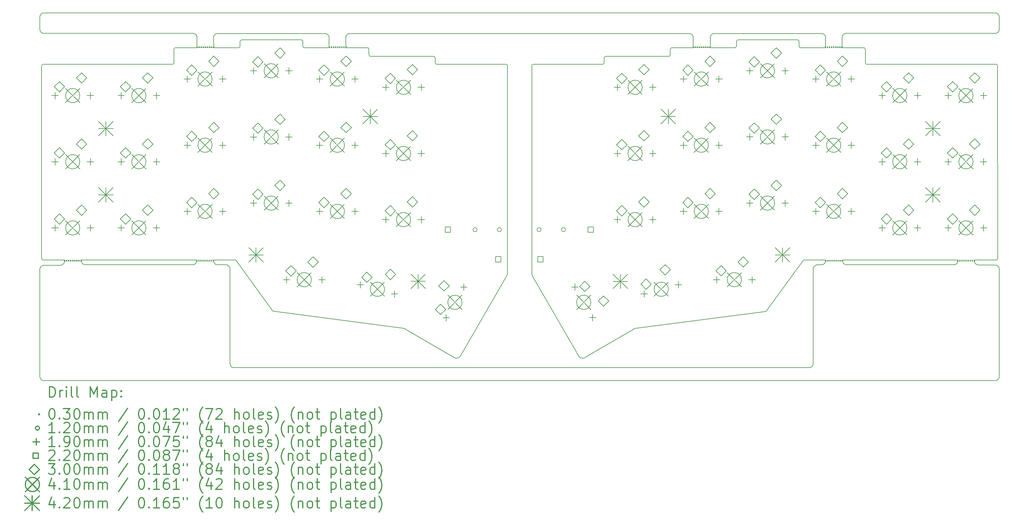
<source format=gbr>
%FSLAX45Y45*%
G04 Gerber Fmt 4.5, Leading zero omitted, Abs format (unit mm)*
G04 Created by KiCad (PCBNEW 5.1.5+dfsg1-2~bpo10+1) date 2020-09-05 17:28:50*
%MOMM*%
%LPD*%
G04 APERTURE LIST*
%TA.AperFunction,Profile*%
%ADD10C,0.200000*%
%TD*%
%ADD11C,0.200000*%
%ADD12C,0.300000*%
G04 APERTURE END LIST*
D10*
X11526550Y-10267000D02*
X11510818Y-10262657D01*
X11510818Y-10262657D02*
X11494267Y-10258946D01*
X11494267Y-10258946D02*
X11477035Y-10255985D01*
X11477035Y-10255985D02*
X11461094Y-10254046D01*
X6704390Y-8316663D02*
X6692765Y-8308003D01*
X6692765Y-8308003D02*
X6677894Y-8302800D01*
X6677894Y-8302800D02*
X6669034Y-8302007D01*
X7758693Y-9762379D02*
X7770203Y-9770964D01*
X7770203Y-9770964D02*
X7785039Y-9776193D01*
X7785039Y-9776193D02*
X7794049Y-9777009D01*
X14471321Y-8761772D02*
X14478272Y-8748362D01*
X14478272Y-8748362D02*
X14484137Y-8734027D01*
X14484137Y-8734027D02*
X14488930Y-8718214D01*
X14488930Y-8718214D02*
X14492252Y-8701436D01*
X14492252Y-8701436D02*
X14493931Y-8683023D01*
X14493931Y-8683023D02*
X14494030Y-8674523D01*
X10518882Y-2401771D02*
X10518882Y-2251911D01*
X12369016Y-2451809D02*
X10568920Y-2451809D01*
X14494030Y-2727017D02*
X14491052Y-2709993D01*
X14491052Y-2709993D02*
X14483948Y-2696917D01*
X14483948Y-2696917D02*
X14473872Y-2686908D01*
X14473872Y-2686908D02*
X14460831Y-2679923D01*
X14460831Y-2679923D02*
X14444042Y-2677030D01*
X14493978Y-2726890D02*
X14493978Y-8674295D01*
X5571750Y-8302031D02*
X2256750Y-8302031D01*
X1119037Y-2727017D02*
X1118860Y-8251893D01*
X4868912Y-2676853D02*
X1169050Y-2677030D01*
X8568926Y-1976829D02*
X6868906Y-1976829D01*
X8618964Y-2151835D02*
X8618964Y-2026867D01*
X10468844Y-2201873D02*
X9856750Y-2201873D01*
X11526550Y-10267000D02*
X12955958Y-11093108D01*
X12418800Y-2501847D02*
X12419029Y-2627018D01*
X12419029Y-2502024D02*
X12416057Y-2484993D01*
X12416057Y-2484993D02*
X12408956Y-2471911D01*
X12408956Y-2471911D02*
X12398925Y-2461930D01*
X12398925Y-2461930D02*
X12385918Y-2454936D01*
X12385918Y-2454936D02*
X12369042Y-2452012D01*
X4918950Y-2251911D02*
X4918950Y-2626815D01*
X6768830Y-2201873D02*
X6057750Y-2201873D01*
X6819046Y-2027019D02*
X6818868Y-2151835D01*
X14443940Y-2676853D02*
X12469041Y-2677030D01*
X1119037Y-8252020D02*
X1122036Y-8269103D01*
X1122036Y-8269103D02*
X1129079Y-8282068D01*
X1129079Y-8282068D02*
X1139101Y-8292059D01*
X1139101Y-8292059D02*
X1152108Y-8299069D01*
X1152108Y-8299069D02*
X1169049Y-8302007D01*
X1169049Y-8302007D02*
X1169050Y-8302007D01*
X1169050Y-2677030D02*
X1151965Y-2680020D01*
X1151965Y-2680020D02*
X1138981Y-2687068D01*
X1138981Y-2687068D02*
X1128955Y-2697134D01*
X1128955Y-2697134D02*
X1121958Y-2710149D01*
X1121958Y-2710149D02*
X1119037Y-2727017D01*
X1119037Y-2727017D02*
X1119037Y-2727017D01*
X4869039Y-2677030D02*
X4886123Y-2674039D01*
X4886123Y-2674039D02*
X4899107Y-2666991D01*
X4899107Y-2666991D02*
X4909133Y-2656926D01*
X4909133Y-2656926D02*
X4916127Y-2643919D01*
X4916127Y-2643919D02*
X4919051Y-2627043D01*
X4919051Y-2627043D02*
X4919051Y-2627018D01*
X4969038Y-2202025D02*
X4951960Y-2205022D01*
X4951960Y-2205022D02*
X4938983Y-2212072D01*
X4938983Y-2212072D02*
X4928912Y-2222205D01*
X4928912Y-2222205D02*
X4921918Y-2235294D01*
X4921918Y-2235294D02*
X4919051Y-2252013D01*
X6769033Y-2202025D02*
X6786118Y-2199034D01*
X6786118Y-2199034D02*
X6799102Y-2191986D01*
X6799102Y-2191986D02*
X6809127Y-2181921D01*
X6809127Y-2181921D02*
X6816121Y-2168914D01*
X6816121Y-2168914D02*
X6819046Y-2152038D01*
X6819046Y-2152038D02*
X6819046Y-2152013D01*
X6869033Y-1977007D02*
X6851949Y-1980005D01*
X6851949Y-1980005D02*
X6838969Y-1987060D01*
X6838969Y-1987060D02*
X6828948Y-1997131D01*
X6828948Y-1997131D02*
X6821945Y-2010186D01*
X6821945Y-2010186D02*
X6819046Y-2027019D01*
X6819046Y-2027019D02*
X6819046Y-2027019D01*
X8619041Y-2027019D02*
X8616070Y-2009988D01*
X8616070Y-2009988D02*
X8608968Y-1996905D01*
X8608968Y-1996905D02*
X8598936Y-1986925D01*
X8598936Y-1986925D02*
X8585929Y-1979930D01*
X8585929Y-1979930D02*
X8569053Y-1977007D01*
X8569053Y-1977007D02*
X8569053Y-1977007D01*
X8619041Y-2152013D02*
X8622031Y-2169097D01*
X8622031Y-2169097D02*
X8629067Y-2182066D01*
X8629067Y-2182066D02*
X8639144Y-2192107D01*
X8639144Y-2192107D02*
X8652196Y-2199117D01*
X8652196Y-2199117D02*
X8669028Y-2202025D01*
X8669028Y-2202025D02*
X8669053Y-2202025D01*
X10519035Y-2252013D02*
X10516057Y-2234988D01*
X10516057Y-2234988D02*
X10508954Y-2221912D01*
X10508954Y-2221912D02*
X10498877Y-2211903D01*
X10498877Y-2211903D02*
X10485837Y-2204918D01*
X10485837Y-2204918D02*
X10469048Y-2202025D01*
X10519035Y-2402025D02*
X10522034Y-2419108D01*
X10522034Y-2419108D02*
X10529077Y-2432073D01*
X10529077Y-2432073D02*
X10539099Y-2442064D01*
X10539099Y-2442064D02*
X10552106Y-2449073D01*
X10552106Y-2449073D02*
X10569047Y-2452012D01*
X13148770Y-11055161D02*
X14471372Y-8761925D01*
X13148460Y-11055623D02*
X13148770Y-11055161D01*
X12955958Y-11093108D02*
X12968600Y-11100697D01*
X12968600Y-11100697D02*
X12982358Y-11107061D01*
X12982358Y-11107061D02*
X12997579Y-11112106D01*
X12997579Y-11112106D02*
X13014393Y-11115504D01*
X13014393Y-11115504D02*
X13033176Y-11116804D01*
X13033176Y-11116804D02*
X13052074Y-11115538D01*
X13052074Y-11115538D02*
X13068790Y-11112218D01*
X13068790Y-11112218D02*
X13084031Y-11107257D01*
X13084031Y-11107257D02*
X13098425Y-11100666D01*
X13098425Y-11100666D02*
X13110948Y-11093169D01*
X13110948Y-11093169D02*
X13123286Y-11083817D01*
X13123286Y-11083817D02*
X13133583Y-11074103D01*
X13133583Y-11074103D02*
X13142927Y-11063266D01*
X13142927Y-11063266D02*
X13148460Y-11055623D01*
X7794049Y-9777009D02*
X11461094Y-10254046D01*
X6704390Y-8316663D02*
X7758693Y-9762379D01*
X12419029Y-2627018D02*
X12422019Y-2644102D01*
X12422019Y-2644102D02*
X12429056Y-2657071D01*
X12429056Y-2657071D02*
X12439133Y-2667112D01*
X12439133Y-2667112D02*
X12452185Y-2674122D01*
X12452185Y-2674122D02*
X12469017Y-2677030D01*
X12469017Y-2677030D02*
X12469041Y-2677030D01*
X8669053Y-2202025D02*
X9372750Y-2202025D01*
X4969038Y-2202025D02*
X5581750Y-2202025D01*
X1169050Y-8302007D02*
X1780750Y-8302031D01*
X6669034Y-8302007D02*
X6055750Y-8302107D01*
X23020466Y-8302807D02*
X23632750Y-8302807D01*
X28520450Y-8302807D02*
X27907750Y-8302807D01*
X24720462Y-2202825D02*
X24107750Y-2202825D01*
X21020447Y-2202825D02*
X20316750Y-2202825D01*
X17220483Y-2677830D02*
X17220459Y-2677830D01*
X17270471Y-2627818D02*
X17267480Y-2644902D01*
X17267480Y-2644902D02*
X17260432Y-2657886D01*
X17260432Y-2657886D02*
X17250366Y-2667912D01*
X17250366Y-2667912D02*
X17237359Y-2674906D01*
X17237359Y-2674906D02*
X17220483Y-2677830D01*
X22985109Y-8317463D02*
X21930807Y-9763179D01*
X21930807Y-9763179D02*
X21919297Y-9771764D01*
X21919297Y-9771764D02*
X21904478Y-9776989D01*
X21904478Y-9776989D02*
X21895451Y-9777809D01*
X21895451Y-9777809D02*
X18228406Y-10254846D01*
X16733542Y-11093908D02*
X16720948Y-11101472D01*
X16720948Y-11101472D02*
X16707141Y-11107861D01*
X16707141Y-11107861D02*
X16691869Y-11112919D01*
X16691869Y-11112919D02*
X16675185Y-11116293D01*
X16675185Y-11116293D02*
X16656479Y-11117604D01*
X16656479Y-11117604D02*
X16637683Y-11116372D01*
X16637683Y-11116372D02*
X16620910Y-11113070D01*
X16620910Y-11113070D02*
X16605468Y-11108057D01*
X16605468Y-11108057D02*
X16591631Y-11101759D01*
X16591631Y-11101759D02*
X16578924Y-11094219D01*
X16578924Y-11094219D02*
X16567357Y-11085580D01*
X16567357Y-11085580D02*
X16556782Y-11075801D01*
X16556782Y-11075801D02*
X16547270Y-11064957D01*
X16547270Y-11064957D02*
X16541040Y-11056423D01*
X16541040Y-11056423D02*
X16540730Y-11055961D01*
X16540730Y-11055961D02*
X15218128Y-8762725D01*
X19170465Y-2402825D02*
X19167472Y-2419890D01*
X19167472Y-2419890D02*
X19160411Y-2432888D01*
X19160411Y-2432888D02*
X19150310Y-2442931D01*
X19150310Y-2442931D02*
X19137177Y-2449950D01*
X19137177Y-2449950D02*
X19120453Y-2452812D01*
X19170465Y-2252813D02*
X19173461Y-2235734D01*
X19173461Y-2235734D02*
X19180512Y-2222757D01*
X19180512Y-2222757D02*
X19190645Y-2212686D01*
X19190645Y-2212686D02*
X19203734Y-2205692D01*
X19203734Y-2205692D02*
X19220452Y-2202825D01*
X21020472Y-2202825D02*
X21020447Y-2202825D01*
X21070459Y-2152813D02*
X21067469Y-2169897D01*
X21067469Y-2169897D02*
X21060421Y-2182881D01*
X21060421Y-2182881D02*
X21050355Y-2192907D01*
X21050355Y-2192907D02*
X21037348Y-2199901D01*
X21037348Y-2199901D02*
X21020472Y-2202825D01*
X21120447Y-1977807D02*
X21120447Y-1977807D01*
X21070459Y-2027819D02*
X21073449Y-2010734D01*
X21073449Y-2010734D02*
X21080497Y-1997750D01*
X21080497Y-1997750D02*
X21090563Y-1987725D01*
X21090563Y-1987725D02*
X21103579Y-1980727D01*
X21103579Y-1980727D02*
X21120447Y-1977807D01*
X22870454Y-2027819D02*
X22870454Y-2027819D01*
X22820467Y-1977807D02*
X22837550Y-1980805D01*
X22837550Y-1980805D02*
X22850515Y-1987848D01*
X22850515Y-1987848D02*
X22860506Y-1997870D01*
X22860506Y-1997870D02*
X22867516Y-2010878D01*
X22867516Y-2010878D02*
X22870454Y-2027819D01*
X22870454Y-2152838D02*
X22870454Y-2152813D01*
X22920466Y-2202825D02*
X22903435Y-2199854D01*
X22903435Y-2199854D02*
X22890353Y-2192752D01*
X22890353Y-2192752D02*
X22880338Y-2182675D01*
X22880338Y-2182675D02*
X22873349Y-2169633D01*
X22873349Y-2169633D02*
X22870454Y-2152838D01*
X24720462Y-2202825D02*
X24737539Y-2205822D01*
X24737539Y-2205822D02*
X24750501Y-2212861D01*
X24750501Y-2212861D02*
X24760492Y-2222877D01*
X24760492Y-2222877D02*
X24767542Y-2235986D01*
X24767542Y-2235986D02*
X24770449Y-2252813D01*
X24770449Y-2627843D02*
X24770449Y-2627818D01*
X24820461Y-2677830D02*
X24803430Y-2674859D01*
X24803430Y-2674859D02*
X24790347Y-2667757D01*
X24790347Y-2667757D02*
X24780333Y-2657680D01*
X24780333Y-2657680D02*
X24773344Y-2644638D01*
X24773344Y-2644638D02*
X24770449Y-2627843D01*
X28570463Y-2727817D02*
X28570463Y-2727817D01*
X28520450Y-2677830D02*
X28537534Y-2680820D01*
X28537534Y-2680820D02*
X28550503Y-2687857D01*
X28550503Y-2687857D02*
X28560544Y-2697934D01*
X28560544Y-2697934D02*
X28567554Y-2710985D01*
X28567554Y-2710985D02*
X28570463Y-2727817D01*
X28520451Y-8302807D02*
X28520450Y-8302807D01*
X28570463Y-8252820D02*
X28567470Y-8269885D01*
X28567470Y-8269885D02*
X28560409Y-8282883D01*
X28560409Y-8282883D02*
X28550308Y-8292926D01*
X28550308Y-8292926D02*
X28537175Y-8299946D01*
X28537175Y-8299946D02*
X28520451Y-8302807D01*
X22985109Y-8317463D02*
X22996550Y-8308903D01*
X22996550Y-8308903D02*
X23011342Y-8303648D01*
X23011342Y-8303648D02*
X23020466Y-8302807D01*
X15245559Y-2677653D02*
X17220459Y-2677830D01*
X22870632Y-2027667D02*
X22870632Y-2152635D01*
X22920670Y-2202673D02*
X23631750Y-2202673D01*
X24770550Y-2252711D02*
X24770550Y-2627615D01*
X17270471Y-2502824D02*
X17273461Y-2485740D01*
X17273461Y-2485740D02*
X17280509Y-2472756D01*
X17280509Y-2472756D02*
X17290575Y-2462730D01*
X17290575Y-2462730D02*
X17303590Y-2455733D01*
X17303590Y-2455733D02*
X17320458Y-2452812D01*
X17270700Y-2502647D02*
X17270471Y-2627818D01*
X18162950Y-10267800D02*
X16733542Y-11093908D01*
X19220656Y-2202673D02*
X19832750Y-2202673D01*
X21070536Y-2152635D02*
X21070536Y-2027667D01*
X21120574Y-1977629D02*
X22820594Y-1977629D01*
X24820588Y-2677653D02*
X28520450Y-2677830D01*
X28570463Y-2727817D02*
X28570640Y-8252693D01*
X24117750Y-8302731D02*
X27432750Y-8302731D01*
X15195522Y-2727690D02*
X15195522Y-8675095D01*
X15195470Y-2727817D02*
X15198466Y-2710739D01*
X15198466Y-2710739D02*
X15205517Y-2697762D01*
X15205517Y-2697762D02*
X15215650Y-2687691D01*
X15215650Y-2687691D02*
X15228740Y-2680697D01*
X15228740Y-2680697D02*
X15245458Y-2677830D01*
X17320484Y-2452609D02*
X19120580Y-2452609D01*
X19170618Y-2402571D02*
X19170618Y-2252711D01*
X15218179Y-8762572D02*
X15211302Y-8749324D01*
X15211302Y-8749324D02*
X15205422Y-8734994D01*
X15205422Y-8734994D02*
X15200700Y-8719531D01*
X15200700Y-8719531D02*
X15197338Y-8702852D01*
X15197338Y-8702852D02*
X15195598Y-8684582D01*
X15195598Y-8684582D02*
X15195470Y-8675323D01*
X18162950Y-10267800D02*
X18178681Y-10263457D01*
X18178681Y-10263457D02*
X18195232Y-10259746D01*
X18195232Y-10259746D02*
X18212464Y-10256785D01*
X18212464Y-10256785D02*
X18228406Y-10254846D01*
X2256250Y-8325300D02*
X2258600Y-8347600D01*
X2256250Y-8324700D02*
X2256250Y-8325300D01*
X2256750Y-8302031D02*
X2256250Y-8324700D01*
X1778860Y-8348800D02*
X1778770Y-8349300D01*
X1778960Y-8348400D02*
X1778860Y-8348800D01*
X1778960Y-8348300D02*
X1778960Y-8348400D01*
X1778960Y-8348300D02*
X1778960Y-8348300D01*
X1778960Y-8348300D02*
X1778960Y-8348300D01*
X1781230Y-8325200D02*
X1778960Y-8348300D01*
X1781230Y-8325200D02*
X1781230Y-8325200D01*
X1781250Y-8325000D02*
X1781230Y-8325200D01*
X1780750Y-8302031D02*
X1781250Y-8325000D01*
X1068750Y-8562500D02*
X1068750Y-11649700D01*
X28619450Y-8560800D02*
X28619550Y-11648600D01*
X6582070Y-11374500D02*
X6601660Y-11384900D01*
X19798350Y-1830660D02*
X19781150Y-1816630D01*
X19781150Y-1816630D02*
X19761550Y-1806210D01*
X28586450Y-11729000D02*
X28600450Y-11711800D01*
X28030250Y-8447600D02*
X28007150Y-8445300D01*
X6056250Y-1912500D02*
X6057750Y-2201873D01*
X6058440Y-1890160D02*
X6056250Y-1912500D01*
X6064860Y-1868910D02*
X6058440Y-1890160D01*
X6075280Y-1849320D02*
X6064860Y-1868910D01*
X6089300Y-1832120D02*
X6075280Y-1849320D01*
X6106410Y-1817970D02*
X6089300Y-1832120D01*
X6125930Y-1807410D02*
X6106410Y-1817970D01*
X6147130Y-1800850D02*
X6125930Y-1807410D01*
X6169440Y-1798500D02*
X6147130Y-1800850D01*
X6170020Y-1798500D02*
X6169440Y-1798500D01*
X9257260Y-1798500D02*
X6170020Y-1798500D01*
X9279590Y-1800690D02*
X9257260Y-1798500D01*
X9300840Y-1807110D02*
X9279590Y-1800690D01*
X9320430Y-1817530D02*
X9300840Y-1807110D01*
X9337630Y-1831560D02*
X9320430Y-1817530D01*
X9351780Y-1848660D02*
X9337630Y-1831560D01*
X9362340Y-1868180D02*
X9351780Y-1848660D01*
X9368900Y-1889380D02*
X9362340Y-1868180D01*
X9371250Y-1911690D02*
X9368900Y-1889380D01*
X9371250Y-1912270D02*
X9371250Y-1911690D01*
X9372750Y-2202025D02*
X9371250Y-1912270D01*
X20317050Y-1911600D02*
X20316750Y-2202825D01*
X20319150Y-1889260D02*
X20317050Y-1911600D01*
X20325650Y-1868010D02*
X20319150Y-1889260D01*
X20336050Y-1848420D02*
X20325650Y-1868010D01*
X20350050Y-1831220D02*
X20336050Y-1848420D01*
X20367150Y-1817070D02*
X20350050Y-1831220D01*
X20386650Y-1806510D02*
X20367150Y-1817070D01*
X20407850Y-1799950D02*
X20386650Y-1806510D01*
X20430150Y-1797600D02*
X20407850Y-1799950D01*
X20430750Y-1797600D02*
X20430150Y-1797600D01*
X23518050Y-1797600D02*
X20430750Y-1797600D01*
X23540350Y-1799790D02*
X23518050Y-1797600D01*
X23561550Y-1806210D02*
X23540350Y-1799790D01*
X23581150Y-1816630D02*
X23561550Y-1806210D01*
X23598350Y-1830660D02*
X23581150Y-1816630D01*
X23612550Y-1847760D02*
X23598350Y-1830660D01*
X23623050Y-1867280D02*
X23612550Y-1847760D01*
X23629650Y-1888480D02*
X23623050Y-1867280D01*
X23631950Y-1910790D02*
X23629650Y-1888480D01*
X23631950Y-1911370D02*
X23631950Y-1910790D01*
X23631750Y-2202673D02*
X23631950Y-1911370D01*
X5571250Y-8324500D02*
X5571750Y-8302031D01*
X5569060Y-8346800D02*
X5571250Y-8324500D01*
X5562640Y-8368100D02*
X5569060Y-8346800D01*
X5552220Y-8387700D02*
X5562640Y-8368100D01*
X5538200Y-8404900D02*
X5552220Y-8387700D01*
X5521090Y-8419000D02*
X5538200Y-8404900D01*
X5501570Y-8429600D02*
X5521090Y-8419000D01*
X5480370Y-8436200D02*
X5501570Y-8429600D01*
X5458060Y-8438500D02*
X5480370Y-8436200D01*
X5457480Y-8438500D02*
X5458060Y-8438500D01*
X2370240Y-8438500D02*
X5457480Y-8438500D01*
X2347910Y-8436300D02*
X2370240Y-8438500D01*
X2326660Y-8429900D02*
X2347910Y-8436300D01*
X2307070Y-8419500D02*
X2326660Y-8429900D01*
X2289860Y-8405400D02*
X2307070Y-8419500D01*
X2275720Y-8388300D02*
X2289860Y-8405400D01*
X2265160Y-8368800D02*
X2275720Y-8388300D01*
X2258600Y-8347600D02*
X2265160Y-8368800D01*
X27431950Y-8323600D02*
X27432750Y-8302731D01*
X27429850Y-8345900D02*
X27431950Y-8323600D01*
X27423350Y-8367200D02*
X27429850Y-8345900D01*
X27412950Y-8386800D02*
X27423350Y-8367200D01*
X27398950Y-8404000D02*
X27412950Y-8386800D01*
X27381850Y-8418100D02*
X27398950Y-8404000D01*
X27362350Y-8428700D02*
X27381850Y-8418100D01*
X27341150Y-8435300D02*
X27362350Y-8428700D01*
X27318850Y-8437600D02*
X27341150Y-8435300D01*
X27318250Y-8437600D02*
X27318850Y-8437600D01*
X24230950Y-8437600D02*
X27318250Y-8437600D01*
X24208650Y-8435400D02*
X24230950Y-8437600D01*
X24187450Y-8429000D02*
X24208650Y-8435400D01*
X24167850Y-8418600D02*
X24187450Y-8429000D01*
X24150650Y-8404500D02*
X24167850Y-8418600D01*
X24136450Y-8387400D02*
X24150650Y-8404500D01*
X24125950Y-8367900D02*
X24136450Y-8387400D01*
X24119350Y-8346700D02*
X24125950Y-8367900D01*
X24117050Y-8324400D02*
X24119350Y-8346700D01*
X24117050Y-8323800D02*
X24117050Y-8324400D01*
X24117750Y-8302731D02*
X24117050Y-8323800D01*
X9856250Y-1912500D02*
X9856750Y-2201873D01*
X9858450Y-1890160D02*
X9856250Y-1912500D01*
X9864850Y-1868910D02*
X9858450Y-1890160D01*
X9875250Y-1849320D02*
X9864850Y-1868910D01*
X9889350Y-1832120D02*
X9875250Y-1849320D01*
X9906450Y-1817970D02*
X9889350Y-1832120D01*
X9925950Y-1807410D02*
X9906450Y-1817970D01*
X9947150Y-1800850D02*
X9925950Y-1807410D01*
X9969450Y-1798500D02*
X9947150Y-1800850D01*
X9970050Y-1798500D02*
X9969450Y-1798500D01*
X19718050Y-1797600D02*
X9970050Y-1798500D01*
X19740350Y-1799790D02*
X19718050Y-1797600D01*
X19761550Y-1806210D02*
X19740350Y-1799790D01*
X19812550Y-1847760D02*
X19798350Y-1830660D01*
X19823050Y-1867280D02*
X19812550Y-1847760D01*
X19829650Y-1888480D02*
X19823050Y-1867280D01*
X19831950Y-1910790D02*
X19829650Y-1888480D01*
X19831950Y-1911370D02*
X19831950Y-1910790D01*
X19832750Y-2202673D02*
X19831950Y-1911370D01*
X23632050Y-8323600D02*
X23632750Y-8302807D01*
X23629850Y-8345900D02*
X23632050Y-8323600D01*
X23623350Y-8367200D02*
X23629850Y-8345900D01*
X23612950Y-8386800D02*
X23623350Y-8367200D01*
X23598950Y-8404000D02*
X23612950Y-8386800D01*
X23581850Y-8418100D02*
X23598950Y-8404000D01*
X23562350Y-8428700D02*
X23581850Y-8418100D01*
X23541150Y-8435300D02*
X23562350Y-8428700D01*
X23518850Y-8437600D02*
X23541150Y-8435300D01*
X23518250Y-8437600D02*
X23518850Y-8437600D01*
X23399250Y-8437600D02*
X23518250Y-8437600D01*
X23399250Y-8437600D02*
X23399250Y-8437600D01*
X23398650Y-8437600D02*
X23399250Y-8437600D01*
X23398450Y-8437600D02*
X23398650Y-8437600D01*
X23398250Y-8437600D02*
X23398450Y-8437600D01*
X23398150Y-8437600D02*
X23398250Y-8437600D01*
X23375050Y-8440100D02*
X23398150Y-8437600D01*
X23374650Y-8440100D02*
X23375050Y-8440100D01*
X23374250Y-8440200D02*
X23374650Y-8440100D01*
X23374150Y-8440300D02*
X23374250Y-8440200D01*
X23374150Y-8440300D02*
X23374150Y-8440300D01*
X23352050Y-8447100D02*
X23374150Y-8440300D01*
X23351550Y-8447300D02*
X23352050Y-8447100D01*
X23351150Y-8447400D02*
X23351550Y-8447300D01*
X23351150Y-8447500D02*
X23351150Y-8447400D01*
X23351150Y-8447500D02*
X23351150Y-8447500D01*
X23351150Y-8447500D02*
X23351150Y-8447500D01*
X23330750Y-8458500D02*
X23351150Y-8447500D01*
X23330350Y-8458800D02*
X23330750Y-8458500D01*
X23329950Y-8459000D02*
X23330350Y-8458800D01*
X23329950Y-8459100D02*
X23329950Y-8459000D01*
X23312050Y-8473800D02*
X23329950Y-8459100D01*
X23311750Y-8474100D02*
X23312050Y-8473800D01*
X23311450Y-8474500D02*
X23311750Y-8474100D01*
X23311350Y-8474500D02*
X23311450Y-8474500D01*
X23296750Y-8492500D02*
X23311350Y-8474500D01*
X23296450Y-8492900D02*
X23296750Y-8492500D01*
X23296250Y-8493200D02*
X23296450Y-8492900D01*
X23296150Y-8493300D02*
X23296250Y-8493200D01*
X23296150Y-8493300D02*
X23296150Y-8493300D01*
X23296150Y-8493300D02*
X23296150Y-8493300D01*
X23285250Y-8513800D02*
X23296150Y-8493300D01*
X23285150Y-8514200D02*
X23285250Y-8513800D01*
X23284950Y-8514600D02*
X23285150Y-8514200D01*
X23284950Y-8514700D02*
X23284950Y-8514600D01*
X23278250Y-8536800D02*
X23284950Y-8514700D01*
X23278150Y-8537300D02*
X23278250Y-8536800D01*
X23278050Y-8537700D02*
X23278150Y-8537300D01*
X23278050Y-8537800D02*
X23278050Y-8537700D01*
X23278050Y-8537800D02*
X23278050Y-8537800D01*
X23278050Y-8537800D02*
X23278050Y-8537800D01*
X23275750Y-8560900D02*
X23278050Y-8537800D01*
X23275750Y-8560900D02*
X23275750Y-8560900D01*
X23275750Y-8561100D02*
X23275750Y-8560900D01*
X23275750Y-11278600D02*
X23275750Y-8561100D01*
X23273550Y-11300900D02*
X23275750Y-11278600D01*
X23267150Y-11322200D02*
X23273550Y-11300900D01*
X23256750Y-11341800D02*
X23267150Y-11322200D01*
X23242650Y-11359000D02*
X23256750Y-11341800D01*
X23225550Y-11373100D02*
X23242650Y-11359000D01*
X23206050Y-11383700D02*
X23225550Y-11373100D01*
X23184850Y-11390300D02*
X23206050Y-11383700D01*
X23162550Y-11392600D02*
X23184850Y-11390300D01*
X23161950Y-11392600D02*
X23162550Y-11392600D01*
X6645450Y-11393400D02*
X23161950Y-11392600D01*
X6622910Y-11391300D02*
X6645240Y-11393500D01*
X6601660Y-11384900D02*
X6622910Y-11391300D01*
X6564860Y-11360400D02*
X6582070Y-11374500D01*
X6550720Y-11343300D02*
X6564860Y-11360400D01*
X6540160Y-11323800D02*
X6550720Y-11343300D01*
X6533600Y-11302600D02*
X6540160Y-11323800D01*
X6531250Y-11280300D02*
X6533600Y-11302600D01*
X6531250Y-11279700D02*
X6531250Y-11280300D01*
X6531250Y-8562000D02*
X6531250Y-11279700D01*
X6531250Y-8562000D02*
X6531250Y-8562000D01*
X6531250Y-8561400D02*
X6531250Y-8562000D01*
X6531220Y-8561200D02*
X6531250Y-8561400D01*
X6531230Y-8561000D02*
X6531220Y-8561200D01*
X6531220Y-8560900D02*
X6531230Y-8561000D01*
X6528800Y-8537900D02*
X6531220Y-8560900D01*
X6528710Y-8537400D02*
X6528800Y-8537900D01*
X6528620Y-8537000D02*
X6528710Y-8537400D01*
X6528600Y-8536900D02*
X6528620Y-8537000D01*
X6521750Y-8514800D02*
X6528600Y-8536900D01*
X6521570Y-8514300D02*
X6521750Y-8514800D01*
X6521400Y-8513900D02*
X6521570Y-8514300D01*
X6521370Y-8513900D02*
X6521400Y-8513900D01*
X6521370Y-8513900D02*
X6521370Y-8513900D01*
X6521370Y-8513900D02*
X6521370Y-8513900D01*
X6510350Y-8493500D02*
X6521370Y-8513900D01*
X6510090Y-8493100D02*
X6510350Y-8493500D01*
X6509840Y-8492700D02*
X6510090Y-8493100D01*
X6509800Y-8492700D02*
X6509840Y-8492700D01*
X6495030Y-8474800D02*
X6509800Y-8492700D01*
X6494700Y-8474500D02*
X6495030Y-8474800D01*
X6494390Y-8474200D02*
X6494700Y-8474500D01*
X6494340Y-8474100D02*
X6494390Y-8474200D01*
X6476380Y-8459500D02*
X6494340Y-8474100D01*
X6476000Y-8459200D02*
X6476380Y-8459500D01*
X6475620Y-8459000D02*
X6476000Y-8459200D01*
X6475560Y-8458900D02*
X6475620Y-8459000D01*
X6475560Y-8458900D02*
X6475560Y-8458900D01*
X6475560Y-8458900D02*
X6475560Y-8458900D01*
X6455100Y-8448000D02*
X6475560Y-8458900D01*
X6454680Y-8447900D02*
X6455100Y-8448000D01*
X6454260Y-8447700D02*
X6454680Y-8447900D01*
X6454200Y-8447700D02*
X6454260Y-8447700D01*
X6432010Y-8441000D02*
X6454200Y-8447700D01*
X6431560Y-8440900D02*
X6432010Y-8441000D01*
X6431120Y-8440800D02*
X6431560Y-8440900D01*
X6431050Y-8440800D02*
X6431120Y-8440800D01*
X6431050Y-8440800D02*
X6431050Y-8440800D01*
X6431050Y-8440800D02*
X6431050Y-8440800D01*
X6407990Y-8438500D02*
X6431050Y-8440800D01*
X6407990Y-8438500D02*
X6407990Y-8438500D01*
X6407740Y-8438500D02*
X6407990Y-8438500D01*
X6170240Y-8438500D02*
X6407740Y-8438500D01*
X6147910Y-8436300D02*
X6170240Y-8438500D01*
X6126660Y-8429900D02*
X6147910Y-8436300D01*
X6107070Y-8419500D02*
X6126660Y-8429900D01*
X6089860Y-8405400D02*
X6107070Y-8419500D01*
X6075720Y-8388300D02*
X6089860Y-8405400D01*
X6065160Y-8368800D02*
X6075720Y-8388300D01*
X6058600Y-8347600D02*
X6065160Y-8368800D01*
X6056250Y-8325300D02*
X6058600Y-8347600D01*
X6056250Y-8324700D02*
X6056250Y-8325300D01*
X6055750Y-8302107D02*
X6056250Y-8324700D01*
X5581250Y-1912010D02*
X5581750Y-2202025D01*
X5581250Y-1912000D02*
X5581250Y-1912010D01*
X5581250Y-1911410D02*
X5581250Y-1912000D01*
X5581220Y-1911190D02*
X5581250Y-1911410D01*
X5581230Y-1910970D02*
X5581220Y-1911190D01*
X5581220Y-1910900D02*
X5581230Y-1910970D01*
X5578800Y-1887850D02*
X5581220Y-1910900D01*
X5578710Y-1887410D02*
X5578800Y-1887850D01*
X5578620Y-1886960D02*
X5578710Y-1887410D01*
X5578600Y-1886900D02*
X5578620Y-1886960D01*
X5571750Y-1864760D02*
X5578600Y-1886900D01*
X5571570Y-1864340D02*
X5571750Y-1864760D01*
X5571400Y-1863920D02*
X5571570Y-1864340D01*
X5571370Y-1863860D02*
X5571400Y-1863920D01*
X5571370Y-1863860D02*
X5571370Y-1863860D01*
X5571370Y-1863860D02*
X5571370Y-1863860D01*
X5560350Y-1843470D02*
X5571370Y-1863860D01*
X5560090Y-1843090D02*
X5560350Y-1843470D01*
X5559840Y-1842710D02*
X5560090Y-1843090D01*
X5559800Y-1842660D02*
X5559840Y-1842710D01*
X5545030Y-1824800D02*
X5559800Y-1842660D01*
X5544700Y-1824480D02*
X5545030Y-1824800D01*
X5544390Y-1824160D02*
X5544700Y-1824480D01*
X5544340Y-1824120D02*
X5544390Y-1824160D01*
X5526380Y-1809470D02*
X5544340Y-1824120D01*
X5526000Y-1809220D02*
X5526380Y-1809470D01*
X5525620Y-1808960D02*
X5526000Y-1809220D01*
X5525560Y-1808930D02*
X5525620Y-1808960D01*
X5525560Y-1808930D02*
X5525560Y-1808930D01*
X5525560Y-1808930D02*
X5525560Y-1808930D01*
X5505100Y-1798050D02*
X5525560Y-1808930D01*
X5504680Y-1797870D02*
X5505100Y-1798050D01*
X5504260Y-1797700D02*
X5504680Y-1797870D01*
X5504200Y-1797680D02*
X5504260Y-1797700D01*
X5482010Y-1790980D02*
X5504200Y-1797680D01*
X5481560Y-1790890D02*
X5482010Y-1790980D01*
X5481120Y-1790790D02*
X5481560Y-1790890D01*
X5481050Y-1790790D02*
X5481120Y-1790790D01*
X5481050Y-1790790D02*
X5481050Y-1790790D01*
X5481050Y-1790790D02*
X5481050Y-1790790D01*
X5457990Y-1788530D02*
X5481050Y-1790790D01*
X5457990Y-1788530D02*
X5457990Y-1788530D01*
X5457740Y-1788500D02*
X5457990Y-1788530D01*
X1182740Y-1788500D02*
X5457740Y-1788500D01*
X1160410Y-1786310D02*
X1182740Y-1788500D01*
X1139160Y-1779900D02*
X1160410Y-1786310D01*
X1119570Y-1769480D02*
X1139160Y-1779900D01*
X1102360Y-1755450D02*
X1119570Y-1769480D01*
X1088220Y-1738350D02*
X1102360Y-1755450D01*
X1077660Y-1718820D02*
X1088220Y-1738350D01*
X1071100Y-1697620D02*
X1077660Y-1718820D01*
X1068750Y-1675310D02*
X1071100Y-1697620D01*
X1068750Y-1674730D02*
X1068750Y-1675310D01*
X1068750Y-1318750D02*
X1068750Y-1674730D01*
X1070940Y-1296410D02*
X1068750Y-1318750D01*
X1077360Y-1275160D02*
X1070940Y-1296410D01*
X1087780Y-1255570D02*
X1077360Y-1275160D01*
X1101800Y-1238370D02*
X1087780Y-1255570D01*
X1118910Y-1224220D02*
X1101800Y-1238370D01*
X1138430Y-1213660D02*
X1118910Y-1224220D01*
X1159630Y-1207100D02*
X1138430Y-1213660D01*
X1181940Y-1204750D02*
X1159630Y-1207100D01*
X1182520Y-1204750D02*
X1181940Y-1204750D01*
X28505550Y-1203850D02*
X1182520Y-1204750D01*
X28527850Y-1206040D02*
X28505550Y-1203850D01*
X28549050Y-1212460D02*
X28527850Y-1206040D01*
X28568650Y-1222880D02*
X28549050Y-1212460D01*
X28585850Y-1236910D02*
X28568650Y-1222880D01*
X28600050Y-1254010D02*
X28585850Y-1236910D01*
X28610550Y-1273530D02*
X28600050Y-1254010D01*
X28617150Y-1294730D02*
X28610550Y-1273530D01*
X28619450Y-1317040D02*
X28617150Y-1294730D01*
X28619450Y-1317620D02*
X28619450Y-1317040D01*
X28619550Y-1673610D02*
X28619450Y-1317620D01*
X28617350Y-1695940D02*
X28619550Y-1673610D01*
X28610850Y-1717190D02*
X28617350Y-1695940D01*
X28600450Y-1736790D02*
X28610850Y-1717190D01*
X28586450Y-1753990D02*
X28600450Y-1736790D01*
X28569350Y-1768140D02*
X28586450Y-1753990D01*
X28549850Y-1778690D02*
X28569350Y-1768140D01*
X28528650Y-1785260D02*
X28549850Y-1778690D01*
X28506350Y-1787600D02*
X28528650Y-1785260D01*
X28505750Y-1787600D02*
X28506350Y-1787600D01*
X24230550Y-1787600D02*
X28505750Y-1787600D01*
X24230450Y-1787600D02*
X24230550Y-1787600D01*
X24229950Y-1787600D02*
X24230450Y-1787600D01*
X24229650Y-1787630D02*
X24229950Y-1787600D01*
X24229450Y-1787630D02*
X24229650Y-1787630D01*
X24229350Y-1787630D02*
X24229450Y-1787630D01*
X24206350Y-1790050D02*
X24229350Y-1787630D01*
X24205950Y-1790150D02*
X24206350Y-1790050D01*
X24205450Y-1790230D02*
X24205950Y-1790150D01*
X24205350Y-1790250D02*
X24205450Y-1790230D01*
X24205350Y-1790250D02*
X24205350Y-1790250D01*
X24183250Y-1797100D02*
X24205350Y-1790250D01*
X24182850Y-1797280D02*
X24183250Y-1797100D01*
X24182450Y-1797450D02*
X24182850Y-1797280D01*
X24182350Y-1797480D02*
X24182450Y-1797450D01*
X24182350Y-1797480D02*
X24182350Y-1797480D01*
X24182350Y-1797480D02*
X24182350Y-1797480D01*
X24161950Y-1808510D02*
X24182350Y-1797480D01*
X24161550Y-1808760D02*
X24161950Y-1808510D01*
X24161250Y-1809010D02*
X24161550Y-1808760D01*
X24161150Y-1809050D02*
X24161250Y-1809010D01*
X24143350Y-1823820D02*
X24161150Y-1809050D01*
X24142950Y-1824150D02*
X24143350Y-1823820D01*
X24142650Y-1824460D02*
X24142950Y-1824150D01*
X24142650Y-1824520D02*
X24142650Y-1824460D01*
X24127950Y-1842480D02*
X24142650Y-1824520D01*
X24127750Y-1842850D02*
X24127950Y-1842480D01*
X24127450Y-1843230D02*
X24127750Y-1842850D01*
X24127450Y-1843290D02*
X24127450Y-1843230D01*
X24127450Y-1843290D02*
X24127450Y-1843290D01*
X24127450Y-1843290D02*
X24127450Y-1843290D01*
X24116550Y-1863750D02*
X24127450Y-1843290D01*
X24116350Y-1864170D02*
X24116550Y-1863750D01*
X24116150Y-1864590D02*
X24116350Y-1864170D01*
X24116150Y-1864650D02*
X24116150Y-1864590D01*
X24109450Y-1886840D02*
X24116150Y-1864650D01*
X24109350Y-1887290D02*
X24109450Y-1886840D01*
X24109250Y-1887730D02*
X24109350Y-1887290D01*
X24109250Y-1887800D02*
X24109250Y-1887730D01*
X24109250Y-1887800D02*
X24109250Y-1887800D01*
X24109250Y-1887800D02*
X24109250Y-1887800D01*
X24107050Y-1910860D02*
X24109250Y-1887800D01*
X24106950Y-1911110D02*
X24107050Y-1910860D01*
X24107750Y-2202825D02*
X24106950Y-1911110D01*
X27906950Y-8324100D02*
X27907750Y-8302807D01*
X27907050Y-8324100D02*
X27906950Y-8324100D01*
X27907050Y-8324700D02*
X27907050Y-8324100D01*
X27907050Y-8324900D02*
X27907050Y-8324700D01*
X27907050Y-8325100D02*
X27907050Y-8324900D01*
X27907050Y-8325200D02*
X27907050Y-8325100D01*
X27909450Y-8348300D02*
X27907050Y-8325200D01*
X27909550Y-8348700D02*
X27909450Y-8348300D01*
X27909650Y-8349100D02*
X27909550Y-8348700D01*
X27909650Y-8349200D02*
X27909650Y-8349100D01*
X27916550Y-8371300D02*
X27909650Y-8349200D01*
X27916650Y-8371800D02*
X27916550Y-8371300D01*
X27916850Y-8372200D02*
X27916650Y-8371800D01*
X27916850Y-8372200D02*
X27916850Y-8372200D01*
X27916850Y-8372200D02*
X27916850Y-8372200D01*
X27916850Y-8372200D02*
X27916850Y-8372200D01*
X27927950Y-8392600D02*
X27916850Y-8372200D01*
X27928150Y-8393000D02*
X27927950Y-8392600D01*
X27928450Y-8393400D02*
X27928150Y-8393000D01*
X27928450Y-8393400D02*
X27928450Y-8393400D01*
X27943250Y-8411300D02*
X27928450Y-8393400D01*
X27943550Y-8411600D02*
X27943250Y-8411300D01*
X27943850Y-8411900D02*
X27943550Y-8411600D01*
X27943950Y-8412000D02*
X27943850Y-8411900D01*
X27943950Y-8412000D02*
X27943950Y-8412000D01*
X27943950Y-8412000D02*
X27943950Y-8412000D01*
X27961850Y-8426600D02*
X27943950Y-8412000D01*
X27962250Y-8426900D02*
X27961850Y-8426600D01*
X27962650Y-8427100D02*
X27962250Y-8426900D01*
X27962650Y-8427200D02*
X27962650Y-8427100D01*
X27962650Y-8427200D02*
X27962650Y-8427200D01*
X27983150Y-8438100D02*
X27962650Y-8427200D01*
X27983550Y-8438200D02*
X27983150Y-8438100D01*
X27983950Y-8438400D02*
X27983550Y-8438200D01*
X27984050Y-8438400D02*
X27983950Y-8438400D01*
X28006250Y-8445100D02*
X27984050Y-8438400D01*
X28006650Y-8445200D02*
X28006250Y-8445100D01*
X28007150Y-8445300D02*
X28006650Y-8445200D01*
X28007150Y-8445300D02*
X28007150Y-8445300D01*
X28007150Y-8445300D02*
X28007150Y-8445300D01*
X28007150Y-8445300D02*
X28007150Y-8445300D01*
X28030250Y-8447600D02*
X28030250Y-8447600D01*
X28030550Y-8447600D02*
X28030250Y-8447600D01*
X28505550Y-8447600D02*
X28030550Y-8447600D01*
X28527850Y-8449800D02*
X28505550Y-8447600D01*
X28549050Y-8456200D02*
X28527850Y-8449800D01*
X28568650Y-8466600D02*
X28549050Y-8456200D01*
X28585850Y-8480700D02*
X28568650Y-8466600D01*
X28600050Y-8497800D02*
X28585850Y-8480700D01*
X28610550Y-8517300D02*
X28600050Y-8497800D01*
X28617150Y-8538500D02*
X28610550Y-8517300D01*
X28619450Y-8560800D02*
X28617150Y-8538500D01*
X28617350Y-11670900D02*
X28619550Y-11648600D01*
X28610850Y-11692200D02*
X28617350Y-11670900D01*
X28600450Y-11711800D02*
X28610850Y-11692200D01*
X28569350Y-11743100D02*
X28586450Y-11729000D01*
X28549850Y-11753700D02*
X28569350Y-11743100D01*
X28528650Y-11760300D02*
X28549850Y-11753700D01*
X28506350Y-11762600D02*
X28528650Y-11760300D01*
X28505750Y-11762600D02*
X28506350Y-11762600D01*
X1182740Y-11763500D02*
X28505750Y-11762600D01*
X1160410Y-11761300D02*
X1182740Y-11763500D01*
X1139160Y-11754900D02*
X1160410Y-11761300D01*
X1119570Y-11744500D02*
X1139160Y-11754900D01*
X1102360Y-11730400D02*
X1119570Y-11744500D01*
X1088220Y-11713300D02*
X1102360Y-11730400D01*
X1077660Y-11693800D02*
X1088220Y-11713300D01*
X1071100Y-11672600D02*
X1077660Y-11693800D01*
X1068750Y-11650300D02*
X1071100Y-11672600D01*
X1068750Y-11649700D02*
X1068750Y-11650300D01*
X1070940Y-8540200D02*
X1068750Y-8562500D01*
X1077360Y-8518900D02*
X1070940Y-8540200D01*
X1087780Y-8499300D02*
X1077360Y-8518900D01*
X1101800Y-8482100D02*
X1087780Y-8499300D01*
X1118910Y-8468000D02*
X1101800Y-8482100D01*
X1138430Y-8457400D02*
X1118910Y-8468000D01*
X1159630Y-8450800D02*
X1138430Y-8457400D01*
X1181940Y-8448500D02*
X1159630Y-8450800D01*
X1182520Y-8448500D02*
X1181940Y-8448500D01*
X1657740Y-8448500D02*
X1182520Y-8448500D01*
X1657750Y-8448500D02*
X1657740Y-8448500D01*
X1658350Y-8448500D02*
X1657750Y-8448500D01*
X1658560Y-8448500D02*
X1658350Y-8448500D01*
X1658780Y-8448500D02*
X1658560Y-8448500D01*
X1658850Y-8448500D02*
X1658780Y-8448500D01*
X1681900Y-8446000D02*
X1658850Y-8448500D01*
X1682350Y-8446000D02*
X1681900Y-8446000D01*
X1682790Y-8445900D02*
X1682350Y-8446000D01*
X1682860Y-8445900D02*
X1682790Y-8445900D01*
X1705000Y-8439000D02*
X1682860Y-8445900D01*
X1705420Y-8438800D02*
X1705000Y-8439000D01*
X1705830Y-8438700D02*
X1705420Y-8438800D01*
X1705900Y-8438600D02*
X1705830Y-8438700D01*
X1705900Y-8438600D02*
X1705900Y-8438600D01*
X1705900Y-8438600D02*
X1705900Y-8438600D01*
X1726280Y-8427600D02*
X1705900Y-8438600D01*
X1726660Y-8427300D02*
X1726280Y-8427600D01*
X1727040Y-8427100D02*
X1726660Y-8427300D01*
X1727090Y-8427100D02*
X1727040Y-8427100D01*
X1744950Y-8412300D02*
X1727090Y-8427100D01*
X1745270Y-8412000D02*
X1744950Y-8412300D01*
X1745590Y-8411600D02*
X1745270Y-8412000D01*
X1745640Y-8411600D02*
X1745590Y-8411600D01*
X1745640Y-8411600D02*
X1745640Y-8411600D01*
X1745640Y-8411600D02*
X1745640Y-8411600D01*
X1760280Y-8393600D02*
X1745640Y-8411600D01*
X1760540Y-8393200D02*
X1760280Y-8393600D01*
X1760790Y-8392900D02*
X1760540Y-8393200D01*
X1760820Y-8392800D02*
X1760790Y-8392900D01*
X1771700Y-8372400D02*
X1760820Y-8392800D01*
X1771880Y-8371900D02*
X1771700Y-8372400D01*
X1772060Y-8371500D02*
X1771880Y-8371900D01*
X1772080Y-8371400D02*
X1772060Y-8371500D01*
X1778770Y-8349300D02*
X1772080Y-8371400D01*
D11*
X5571175Y-2171900D02*
X5601175Y-2201900D01*
X5601175Y-2171900D02*
X5571175Y-2201900D01*
X5630550Y-2171900D02*
X5660550Y-2201900D01*
X5660550Y-2171900D02*
X5630550Y-2201900D01*
X5689925Y-2171900D02*
X5719925Y-2201900D01*
X5719925Y-2171900D02*
X5689925Y-2201900D01*
X5749300Y-2171900D02*
X5779300Y-2201900D01*
X5779300Y-2171900D02*
X5749300Y-2201900D01*
X5808675Y-2171900D02*
X5838675Y-2201900D01*
X5838675Y-2171900D02*
X5808675Y-2201900D01*
X5868050Y-2171900D02*
X5898050Y-2201900D01*
X5898050Y-2171900D02*
X5868050Y-2201900D01*
X5927425Y-2171900D02*
X5957425Y-2201900D01*
X5957425Y-2171900D02*
X5927425Y-2201900D01*
X5986800Y-2171900D02*
X6016800Y-2201900D01*
X6016800Y-2171900D02*
X5986800Y-2201900D01*
X6046175Y-2171900D02*
X6076175Y-2201900D01*
X6076175Y-2171900D02*
X6046175Y-2201900D01*
X27413050Y-8303300D02*
X27443050Y-8333300D01*
X27443050Y-8303300D02*
X27413050Y-8333300D01*
X27472425Y-8303300D02*
X27502425Y-8333300D01*
X27502425Y-8303300D02*
X27472425Y-8333300D01*
X27531800Y-8303300D02*
X27561800Y-8333300D01*
X27561800Y-8303300D02*
X27531800Y-8333300D01*
X27591175Y-8303300D02*
X27621175Y-8333300D01*
X27621175Y-8303300D02*
X27591175Y-8333300D01*
X27650550Y-8303300D02*
X27680550Y-8333300D01*
X27680550Y-8303300D02*
X27650550Y-8333300D01*
X27709925Y-8303300D02*
X27739925Y-8333300D01*
X27739925Y-8303300D02*
X27709925Y-8333300D01*
X27769300Y-8303300D02*
X27799300Y-8333300D01*
X27799300Y-8303300D02*
X27769300Y-8333300D01*
X27828675Y-8303300D02*
X27858675Y-8333300D01*
X27858675Y-8303300D02*
X27828675Y-8333300D01*
X27888050Y-8303300D02*
X27918050Y-8333300D01*
X27918050Y-8303300D02*
X27888050Y-8333300D01*
X5559850Y-8302800D02*
X5589850Y-8332800D01*
X5589850Y-8302800D02*
X5559850Y-8332800D01*
X5619225Y-8302800D02*
X5649225Y-8332800D01*
X5649225Y-8302800D02*
X5619225Y-8332800D01*
X5678600Y-8302800D02*
X5708600Y-8332800D01*
X5708600Y-8302800D02*
X5678600Y-8332800D01*
X5737975Y-8302800D02*
X5767975Y-8332800D01*
X5767975Y-8302800D02*
X5737975Y-8332800D01*
X5797350Y-8302800D02*
X5827350Y-8332800D01*
X5827350Y-8302800D02*
X5797350Y-8332800D01*
X5856725Y-8302800D02*
X5886725Y-8332800D01*
X5886725Y-8302800D02*
X5856725Y-8332800D01*
X5916100Y-8302800D02*
X5946100Y-8332800D01*
X5946100Y-8302800D02*
X5916100Y-8332800D01*
X5975475Y-8302800D02*
X6005475Y-8332800D01*
X6005475Y-8302800D02*
X5975475Y-8332800D01*
X6034850Y-8302800D02*
X6064850Y-8332800D01*
X6064850Y-8302800D02*
X6034850Y-8332800D01*
X19821250Y-2173500D02*
X19851250Y-2203500D01*
X19851250Y-2173500D02*
X19821250Y-2203500D01*
X19880625Y-2173500D02*
X19910625Y-2203500D01*
X19910625Y-2173500D02*
X19880625Y-2203500D01*
X19940000Y-2173500D02*
X19970000Y-2203500D01*
X19970000Y-2173500D02*
X19940000Y-2203500D01*
X19999375Y-2173500D02*
X20029375Y-2203500D01*
X20029375Y-2173500D02*
X19999375Y-2203500D01*
X20058750Y-2173500D02*
X20088750Y-2203500D01*
X20088750Y-2173500D02*
X20058750Y-2203500D01*
X20118125Y-2173500D02*
X20148125Y-2203500D01*
X20148125Y-2173500D02*
X20118125Y-2203500D01*
X20177500Y-2173500D02*
X20207500Y-2203500D01*
X20207500Y-2173500D02*
X20177500Y-2203500D01*
X20236875Y-2173500D02*
X20266875Y-2203500D01*
X20266875Y-2173500D02*
X20236875Y-2203500D01*
X20296250Y-2173500D02*
X20326250Y-2203500D01*
X20326250Y-2173500D02*
X20296250Y-2203500D01*
X1763750Y-8302600D02*
X1793750Y-8332600D01*
X1793750Y-8302600D02*
X1763750Y-8332600D01*
X1823125Y-8302600D02*
X1853125Y-8332600D01*
X1853125Y-8302600D02*
X1823125Y-8332600D01*
X1882500Y-8302600D02*
X1912500Y-8332600D01*
X1912500Y-8302600D02*
X1882500Y-8332600D01*
X1941875Y-8302600D02*
X1971875Y-8332600D01*
X1971875Y-8302600D02*
X1941875Y-8332600D01*
X2001250Y-8302600D02*
X2031250Y-8332600D01*
X2031250Y-8302600D02*
X2001250Y-8332600D01*
X2060625Y-8302600D02*
X2090625Y-8332600D01*
X2090625Y-8302600D02*
X2060625Y-8332600D01*
X2120000Y-8302600D02*
X2150000Y-8332600D01*
X2150000Y-8302600D02*
X2120000Y-8332600D01*
X2179375Y-8302600D02*
X2209375Y-8332600D01*
X2209375Y-8302600D02*
X2179375Y-8332600D01*
X2238750Y-8302600D02*
X2268750Y-8332600D01*
X2268750Y-8302600D02*
X2238750Y-8332600D01*
X23621650Y-8304300D02*
X23651650Y-8334300D01*
X23651650Y-8304300D02*
X23621650Y-8334300D01*
X23681025Y-8304300D02*
X23711025Y-8334300D01*
X23711025Y-8304300D02*
X23681025Y-8334300D01*
X23740400Y-8304300D02*
X23770400Y-8334300D01*
X23770400Y-8304300D02*
X23740400Y-8334300D01*
X23799775Y-8304300D02*
X23829775Y-8334300D01*
X23829775Y-8304300D02*
X23799775Y-8334300D01*
X23859150Y-8304300D02*
X23889150Y-8334300D01*
X23889150Y-8304300D02*
X23859150Y-8334300D01*
X23918525Y-8304300D02*
X23948525Y-8334300D01*
X23948525Y-8304300D02*
X23918525Y-8334300D01*
X23977900Y-8304300D02*
X24007900Y-8334300D01*
X24007900Y-8304300D02*
X23977900Y-8334300D01*
X24037275Y-8304300D02*
X24067275Y-8334300D01*
X24067275Y-8304300D02*
X24037275Y-8334300D01*
X24096650Y-8304300D02*
X24126650Y-8334300D01*
X24126650Y-8304300D02*
X24096650Y-8334300D01*
X23612450Y-2172000D02*
X23642450Y-2202000D01*
X23642450Y-2172000D02*
X23612450Y-2202000D01*
X23671825Y-2172000D02*
X23701825Y-2202000D01*
X23701825Y-2172000D02*
X23671825Y-2202000D01*
X23731200Y-2172000D02*
X23761200Y-2202000D01*
X23761200Y-2172000D02*
X23731200Y-2202000D01*
X23790575Y-2172000D02*
X23820575Y-2202000D01*
X23820575Y-2172000D02*
X23790575Y-2202000D01*
X23849950Y-2172000D02*
X23879950Y-2202000D01*
X23879950Y-2172000D02*
X23849950Y-2202000D01*
X23909325Y-2172000D02*
X23939325Y-2202000D01*
X23939325Y-2172000D02*
X23909325Y-2202000D01*
X23968700Y-2172000D02*
X23998700Y-2202000D01*
X23998700Y-2172000D02*
X23968700Y-2202000D01*
X24028075Y-2172000D02*
X24058075Y-2202000D01*
X24058075Y-2172000D02*
X24028075Y-2202000D01*
X24087450Y-2172000D02*
X24117450Y-2202000D01*
X24117450Y-2172000D02*
X24087450Y-2202000D01*
X9368250Y-2172300D02*
X9398250Y-2202300D01*
X9398250Y-2172300D02*
X9368250Y-2202300D01*
X9427625Y-2172300D02*
X9457625Y-2202300D01*
X9457625Y-2172300D02*
X9427625Y-2202300D01*
X9487000Y-2172300D02*
X9517000Y-2202300D01*
X9517000Y-2172300D02*
X9487000Y-2202300D01*
X9546375Y-2172300D02*
X9576375Y-2202300D01*
X9576375Y-2172300D02*
X9546375Y-2202300D01*
X9605750Y-2172300D02*
X9635750Y-2202300D01*
X9635750Y-2172300D02*
X9605750Y-2202300D01*
X9665125Y-2172300D02*
X9695125Y-2202300D01*
X9695125Y-2172300D02*
X9665125Y-2202300D01*
X9724500Y-2172300D02*
X9754500Y-2202300D01*
X9754500Y-2172300D02*
X9724500Y-2202300D01*
X9783875Y-2172300D02*
X9813875Y-2202300D01*
X9813875Y-2172300D02*
X9783875Y-2202300D01*
X9843250Y-2172300D02*
X9873250Y-2202300D01*
X9873250Y-2172300D02*
X9843250Y-2202300D01*
X15463750Y-7427000D02*
G75*
G03X15463750Y-7427000I-60000J0D01*
G01*
X16163750Y-7427000D02*
G75*
G03X16163750Y-7427000I-60000J0D01*
G01*
X13623450Y-7429200D02*
G75*
G03X13623450Y-7429200I-60000J0D01*
G01*
X14323450Y-7429200D02*
G75*
G03X14323450Y-7429200I-60000J0D01*
G01*
X16432450Y-8980059D02*
X16432450Y-9170059D01*
X16337450Y-9075059D02*
X16527450Y-9075059D01*
X16940450Y-9859941D02*
X16940450Y-10049941D01*
X16845450Y-9954941D02*
X17035450Y-9954941D01*
X25253450Y-5382500D02*
X25253450Y-5572500D01*
X25158450Y-5477500D02*
X25348450Y-5477500D01*
X26269450Y-5382500D02*
X26269450Y-5572500D01*
X26174450Y-5477500D02*
X26364450Y-5477500D01*
X17653450Y-5145000D02*
X17653450Y-5335000D01*
X17558450Y-5240000D02*
X17748450Y-5240000D01*
X18669450Y-5145000D02*
X18669450Y-5335000D01*
X18574450Y-5240000D02*
X18764450Y-5240000D01*
X5302750Y-4908000D02*
X5302750Y-5098000D01*
X5207750Y-5003000D02*
X5397750Y-5003000D01*
X6318750Y-4908000D02*
X6318750Y-5098000D01*
X6223750Y-5003000D02*
X6413750Y-5003000D01*
X23353450Y-3007500D02*
X23353450Y-3197500D01*
X23258450Y-3102500D02*
X23448450Y-3102500D01*
X24369450Y-3007500D02*
X24369450Y-3197500D01*
X24274450Y-3102500D02*
X24464450Y-3102500D01*
X25253450Y-7282500D02*
X25253450Y-7472500D01*
X25158450Y-7377500D02*
X25348450Y-7377500D01*
X26269450Y-7282500D02*
X26269450Y-7472500D01*
X26174450Y-7377500D02*
X26364450Y-7377500D01*
X8152750Y-8770500D02*
X8152750Y-8960500D01*
X8057750Y-8865500D02*
X8247750Y-8865500D01*
X9168750Y-8770500D02*
X9168750Y-8960500D01*
X9073750Y-8865500D02*
X9263750Y-8865500D01*
X11002750Y-3245500D02*
X11002750Y-3435500D01*
X10907750Y-3340500D02*
X11097750Y-3340500D01*
X12018750Y-3245500D02*
X12018750Y-3435500D01*
X11923750Y-3340500D02*
X12113750Y-3340500D01*
X17653450Y-7045000D02*
X17653450Y-7235000D01*
X17558450Y-7140000D02*
X17748450Y-7140000D01*
X18669450Y-7045000D02*
X18669450Y-7235000D01*
X18574450Y-7140000D02*
X18764450Y-7140000D01*
X5302750Y-6808000D02*
X5302750Y-6998000D01*
X5207750Y-6903000D02*
X5397750Y-6903000D01*
X6318750Y-6808000D02*
X6318750Y-6998000D01*
X6223750Y-6903000D02*
X6413750Y-6903000D01*
X20503450Y-8770000D02*
X20503450Y-8960000D01*
X20408450Y-8865000D02*
X20598450Y-8865000D01*
X21519450Y-8770000D02*
X21519450Y-8960000D01*
X21424450Y-8865000D02*
X21614450Y-8865000D01*
X1502750Y-3483000D02*
X1502750Y-3673000D01*
X1407750Y-3578000D02*
X1597750Y-3578000D01*
X2518750Y-3483000D02*
X2518750Y-3673000D01*
X2423750Y-3578000D02*
X2613750Y-3578000D01*
X19553450Y-4907500D02*
X19553450Y-5097500D01*
X19458450Y-5002500D02*
X19648450Y-5002500D01*
X20569450Y-4907500D02*
X20569450Y-5097500D01*
X20474450Y-5002500D02*
X20664450Y-5002500D01*
X19553450Y-6807500D02*
X19553450Y-6997500D01*
X19458450Y-6902500D02*
X19648450Y-6902500D01*
X20569450Y-6807500D02*
X20569450Y-6997500D01*
X20474450Y-6902500D02*
X20664450Y-6902500D01*
X1502750Y-5383000D02*
X1502750Y-5573000D01*
X1407750Y-5478000D02*
X1597750Y-5478000D01*
X2518750Y-5383000D02*
X2518750Y-5573000D01*
X2423750Y-5478000D02*
X2613750Y-5478000D01*
X27153450Y-5382500D02*
X27153450Y-5572500D01*
X27058450Y-5477500D02*
X27248450Y-5477500D01*
X28169450Y-5382500D02*
X28169450Y-5572500D01*
X28074450Y-5477500D02*
X28264450Y-5477500D01*
X1502750Y-7283000D02*
X1502750Y-7473000D01*
X1407750Y-7378000D02*
X1597750Y-7378000D01*
X2518750Y-7283000D02*
X2518750Y-7473000D01*
X2423750Y-7378000D02*
X2613750Y-7378000D01*
X5302750Y-3008000D02*
X5302750Y-3198000D01*
X5207750Y-3103000D02*
X5397750Y-3103000D01*
X6318750Y-3008000D02*
X6318750Y-3198000D01*
X6223750Y-3103000D02*
X6413750Y-3103000D01*
X12731750Y-9860441D02*
X12731750Y-10050441D01*
X12636750Y-9955441D02*
X12826750Y-9955441D01*
X13239750Y-8980559D02*
X13239750Y-9170559D01*
X13144750Y-9075559D02*
X13334750Y-9075559D01*
X11002750Y-5145500D02*
X11002750Y-5335500D01*
X10907750Y-5240500D02*
X11097750Y-5240500D01*
X12018750Y-5145500D02*
X12018750Y-5335500D01*
X11923750Y-5240500D02*
X12113750Y-5240500D01*
X25253450Y-3482500D02*
X25253450Y-3672500D01*
X25158450Y-3577500D02*
X25348450Y-3577500D01*
X26269450Y-3482500D02*
X26269450Y-3672500D01*
X26174450Y-3577500D02*
X26364450Y-3577500D01*
X9102750Y-4908000D02*
X9102750Y-5098000D01*
X9007750Y-5003000D02*
X9197750Y-5003000D01*
X10118750Y-4908000D02*
X10118750Y-5098000D01*
X10023750Y-5003000D02*
X10213750Y-5003000D01*
X21453450Y-4670000D02*
X21453450Y-4860000D01*
X21358450Y-4765000D02*
X21548450Y-4765000D01*
X22469450Y-4670000D02*
X22469450Y-4860000D01*
X22374450Y-4765000D02*
X22564450Y-4765000D01*
X3402750Y-7283000D02*
X3402750Y-7473000D01*
X3307750Y-7378000D02*
X3497750Y-7378000D01*
X4418750Y-7283000D02*
X4418750Y-7473000D01*
X4323750Y-7378000D02*
X4513750Y-7378000D01*
X11002750Y-7045500D02*
X11002750Y-7235500D01*
X10907750Y-7140500D02*
X11097750Y-7140500D01*
X12018750Y-7045500D02*
X12018750Y-7235500D01*
X11923750Y-7140500D02*
X12113750Y-7140500D01*
X17652750Y-3245500D02*
X17652750Y-3435500D01*
X17557750Y-3340500D02*
X17747750Y-3340500D01*
X18668750Y-3245500D02*
X18668750Y-3435500D01*
X18573750Y-3340500D02*
X18763750Y-3340500D01*
X23353450Y-6807500D02*
X23353450Y-6997500D01*
X23258450Y-6902500D02*
X23448450Y-6902500D01*
X24369450Y-6807500D02*
X24369450Y-6997500D01*
X24274450Y-6902500D02*
X24464450Y-6902500D01*
X27153450Y-3482500D02*
X27153450Y-3672500D01*
X27058450Y-3577500D02*
X27248450Y-3577500D01*
X28169450Y-3482500D02*
X28169450Y-3672500D01*
X28074450Y-3577500D02*
X28264450Y-3577500D01*
X9102750Y-6808000D02*
X9102750Y-6998000D01*
X9007750Y-6903000D02*
X9197750Y-6903000D01*
X10118750Y-6808000D02*
X10118750Y-6998000D01*
X10023750Y-6903000D02*
X10213750Y-6903000D01*
X19553450Y-3007500D02*
X19553450Y-3197500D01*
X19458450Y-3102500D02*
X19648450Y-3102500D01*
X20569450Y-3007500D02*
X20569450Y-3197500D01*
X20474450Y-3102500D02*
X20664450Y-3102500D01*
X23353450Y-4907500D02*
X23353450Y-5097500D01*
X23258450Y-5002500D02*
X23448450Y-5002500D01*
X24369450Y-4907500D02*
X24369450Y-5097500D01*
X24274450Y-5002500D02*
X24464450Y-5002500D01*
X3402750Y-3483000D02*
X3402750Y-3673000D01*
X3307750Y-3578000D02*
X3497750Y-3578000D01*
X4418750Y-3483000D02*
X4418750Y-3673000D01*
X4323750Y-3578000D02*
X4513750Y-3578000D01*
X3402750Y-5383000D02*
X3402750Y-5573000D01*
X3307750Y-5478000D02*
X3497750Y-5478000D01*
X4418750Y-5383000D02*
X4418750Y-5573000D01*
X4323750Y-5478000D02*
X4513750Y-5478000D01*
X7202750Y-4670500D02*
X7202750Y-4860500D01*
X7107750Y-4765500D02*
X7297750Y-4765500D01*
X8218750Y-4670500D02*
X8218750Y-4860500D01*
X8123750Y-4765500D02*
X8313750Y-4765500D01*
X27153450Y-7282500D02*
X27153450Y-7472500D01*
X27058450Y-7377500D02*
X27248450Y-7377500D01*
X28169450Y-7282500D02*
X28169450Y-7472500D01*
X28074450Y-7377500D02*
X28264450Y-7377500D01*
X21453450Y-6570000D02*
X21453450Y-6760000D01*
X21358450Y-6665000D02*
X21548450Y-6665000D01*
X22469450Y-6570000D02*
X22469450Y-6760000D01*
X22374450Y-6665000D02*
X22564450Y-6665000D01*
X7202750Y-6570500D02*
X7202750Y-6760500D01*
X7107750Y-6665500D02*
X7297750Y-6665500D01*
X8218750Y-6570500D02*
X8218750Y-6760500D01*
X8123750Y-6665500D02*
X8313750Y-6665500D01*
X18420760Y-9176480D02*
X18420760Y-9366480D01*
X18325760Y-9271480D02*
X18515760Y-9271480D01*
X19402140Y-8913520D02*
X19402140Y-9103520D01*
X19307140Y-9008520D02*
X19497140Y-9008520D01*
X7202750Y-2770500D02*
X7202750Y-2960500D01*
X7107750Y-2865500D02*
X7297750Y-2865500D01*
X8218750Y-2770500D02*
X8218750Y-2960500D01*
X8123750Y-2865500D02*
X8313750Y-2865500D01*
X10270060Y-8914020D02*
X10270060Y-9104020D01*
X10175060Y-9009020D02*
X10365060Y-9009020D01*
X11251440Y-9176980D02*
X11251440Y-9366980D01*
X11156440Y-9271980D02*
X11346440Y-9271980D01*
X21453450Y-2770000D02*
X21453450Y-2960000D01*
X21358450Y-2865000D02*
X21548450Y-2865000D01*
X22469450Y-2770000D02*
X22469450Y-2960000D01*
X22374450Y-2865000D02*
X22564450Y-2865000D01*
X9102750Y-3008000D02*
X9102750Y-3198000D01*
X9007750Y-3103000D02*
X9197750Y-3103000D01*
X10118750Y-3008000D02*
X10118750Y-3198000D01*
X10023750Y-3103000D02*
X10213750Y-3103000D01*
X12864732Y-7503182D02*
X12864732Y-7347617D01*
X12709167Y-7347617D01*
X12709167Y-7503182D01*
X12864732Y-7503182D01*
X14307932Y-8355282D02*
X14307932Y-8199717D01*
X14152367Y-8199717D01*
X14152367Y-8355282D01*
X14307932Y-8355282D01*
X15519632Y-8356282D02*
X15519632Y-8200717D01*
X15364067Y-8200717D01*
X15364067Y-8356282D01*
X15519632Y-8356282D01*
X16962833Y-7504182D02*
X16962833Y-7348617D01*
X16807268Y-7348617D01*
X16807268Y-7504182D01*
X16962833Y-7504182D01*
X3529750Y-5374000D02*
X3679750Y-5224000D01*
X3529750Y-5074000D01*
X3379750Y-5224000D01*
X3529750Y-5374000D01*
X4164750Y-5120000D02*
X4314750Y-4970000D01*
X4164750Y-4820000D01*
X4014750Y-4970000D01*
X4164750Y-5120000D01*
X7329750Y-4661500D02*
X7479750Y-4511500D01*
X7329750Y-4361500D01*
X7179750Y-4511500D01*
X7329750Y-4661500D01*
X7964750Y-4407500D02*
X8114750Y-4257500D01*
X7964750Y-4107500D01*
X7814750Y-4257500D01*
X7964750Y-4407500D01*
X27280450Y-7273500D02*
X27430450Y-7123500D01*
X27280450Y-6973500D01*
X27130450Y-7123500D01*
X27280450Y-7273500D01*
X27915450Y-7019500D02*
X28065450Y-6869500D01*
X27915450Y-6719500D01*
X27765450Y-6869500D01*
X27915450Y-7019500D01*
X21580450Y-6561000D02*
X21730450Y-6411000D01*
X21580450Y-6261000D01*
X21430450Y-6411000D01*
X21580450Y-6561000D01*
X22215450Y-6307000D02*
X22365450Y-6157000D01*
X22215450Y-6007000D01*
X22065450Y-6157000D01*
X22215450Y-6307000D01*
X7329750Y-6561500D02*
X7479750Y-6411500D01*
X7329750Y-6261500D01*
X7179750Y-6411500D01*
X7329750Y-6561500D01*
X7964750Y-6307500D02*
X8114750Y-6157500D01*
X7964750Y-6007500D01*
X7814750Y-6157500D01*
X7964750Y-6307500D01*
X18477692Y-9143265D02*
X18627692Y-8993265D01*
X18477692Y-8843265D01*
X18327692Y-8993265D01*
X18477692Y-9143265D01*
X19025315Y-8733570D02*
X19175315Y-8583570D01*
X19025315Y-8433570D01*
X18875315Y-8583570D01*
X19025315Y-8733570D01*
X7329750Y-2761500D02*
X7479750Y-2611500D01*
X7329750Y-2461500D01*
X7179750Y-2611500D01*
X7329750Y-2761500D01*
X7964750Y-2507500D02*
X8114750Y-2357500D01*
X7964750Y-2207500D01*
X7814750Y-2357500D01*
X7964750Y-2507500D01*
X10458472Y-8946545D02*
X10608472Y-8796545D01*
X10458472Y-8646545D01*
X10308472Y-8796545D01*
X10458472Y-8946545D01*
X11137575Y-8865550D02*
X11287575Y-8715550D01*
X11137575Y-8565550D01*
X10987575Y-8715550D01*
X11137575Y-8865550D01*
X21580450Y-2761000D02*
X21730450Y-2611000D01*
X21580450Y-2461000D01*
X21430450Y-2611000D01*
X21580450Y-2761000D01*
X22215450Y-2507000D02*
X22365450Y-2357000D01*
X22215450Y-2207000D01*
X22065450Y-2357000D01*
X22215450Y-2507000D01*
X9229750Y-2999000D02*
X9379750Y-2849000D01*
X9229750Y-2699000D01*
X9079750Y-2849000D01*
X9229750Y-2999000D01*
X9864750Y-2745000D02*
X10014750Y-2595000D01*
X9864750Y-2445000D01*
X9714750Y-2595000D01*
X9864750Y-2745000D01*
X16715920Y-9208044D02*
X16865921Y-9058044D01*
X16715920Y-8908044D01*
X16565920Y-9058044D01*
X16715920Y-9208044D01*
X17253391Y-9630971D02*
X17403391Y-9480971D01*
X17253391Y-9330971D01*
X17103391Y-9480971D01*
X17253391Y-9630971D01*
X25380450Y-5373500D02*
X25530450Y-5223500D01*
X25380450Y-5073500D01*
X25230450Y-5223500D01*
X25380450Y-5373500D01*
X26015450Y-5119500D02*
X26165450Y-4969500D01*
X26015450Y-4819500D01*
X25865450Y-4969500D01*
X26015450Y-5119500D01*
X17780450Y-5136000D02*
X17930450Y-4986000D01*
X17780450Y-4836000D01*
X17630450Y-4986000D01*
X17780450Y-5136000D01*
X18415450Y-4882000D02*
X18565450Y-4732000D01*
X18415450Y-4582000D01*
X18265450Y-4732000D01*
X18415450Y-4882000D01*
X5429750Y-4899000D02*
X5579750Y-4749000D01*
X5429750Y-4599000D01*
X5279750Y-4749000D01*
X5429750Y-4899000D01*
X6064750Y-4645000D02*
X6214750Y-4495000D01*
X6064750Y-4345000D01*
X5914750Y-4495000D01*
X6064750Y-4645000D01*
X23480450Y-2998500D02*
X23630450Y-2848500D01*
X23480450Y-2698500D01*
X23330450Y-2848500D01*
X23480450Y-2998500D01*
X24115450Y-2744500D02*
X24265450Y-2594500D01*
X24115450Y-2444500D01*
X23965450Y-2594500D01*
X24115450Y-2744500D01*
X25380450Y-7273500D02*
X25530450Y-7123500D01*
X25380450Y-6973500D01*
X25230450Y-7123500D01*
X25380450Y-7273500D01*
X26015450Y-7019500D02*
X26165450Y-6869500D01*
X26015450Y-6719500D01*
X25865450Y-6869500D01*
X26015450Y-7019500D01*
X8279750Y-8761500D02*
X8429750Y-8611500D01*
X8279750Y-8461500D01*
X8129750Y-8611500D01*
X8279750Y-8761500D01*
X8914750Y-8507500D02*
X9064750Y-8357500D01*
X8914750Y-8207500D01*
X8764750Y-8357500D01*
X8914750Y-8507500D01*
X11129750Y-3236500D02*
X11279750Y-3086500D01*
X11129750Y-2936500D01*
X10979750Y-3086500D01*
X11129750Y-3236500D01*
X11764750Y-2982500D02*
X11914750Y-2832500D01*
X11764750Y-2682500D01*
X11614750Y-2832500D01*
X11764750Y-2982500D01*
X17780450Y-7036000D02*
X17930450Y-6886000D01*
X17780450Y-6736000D01*
X17630450Y-6886000D01*
X17780450Y-7036000D01*
X18415450Y-6782000D02*
X18565450Y-6632000D01*
X18415450Y-6482000D01*
X18265450Y-6632000D01*
X18415450Y-6782000D01*
X5429750Y-6799000D02*
X5579750Y-6649000D01*
X5429750Y-6499000D01*
X5279750Y-6649000D01*
X5429750Y-6799000D01*
X6064750Y-6545000D02*
X6214750Y-6395000D01*
X6064750Y-6245000D01*
X5914750Y-6395000D01*
X6064750Y-6545000D01*
X20630450Y-8761000D02*
X20780450Y-8611000D01*
X20630450Y-8461000D01*
X20480450Y-8611000D01*
X20630450Y-8761000D01*
X21265450Y-8507000D02*
X21415450Y-8357000D01*
X21265450Y-8207000D01*
X21115450Y-8357000D01*
X21265450Y-8507000D01*
X1629750Y-3474000D02*
X1779750Y-3324000D01*
X1629750Y-3174000D01*
X1479750Y-3324000D01*
X1629750Y-3474000D01*
X2264750Y-3220000D02*
X2414750Y-3070000D01*
X2264750Y-2920000D01*
X2114750Y-3070000D01*
X2264750Y-3220000D01*
X19680450Y-4898500D02*
X19830450Y-4748500D01*
X19680450Y-4598500D01*
X19530450Y-4748500D01*
X19680450Y-4898500D01*
X20315450Y-4644500D02*
X20465450Y-4494500D01*
X20315450Y-4344500D01*
X20165450Y-4494500D01*
X20315450Y-4644500D01*
X19680450Y-6798500D02*
X19830450Y-6648500D01*
X19680450Y-6498500D01*
X19530450Y-6648500D01*
X19680450Y-6798500D01*
X20315450Y-6544500D02*
X20465450Y-6394500D01*
X20315450Y-6244500D01*
X20165450Y-6394500D01*
X20315450Y-6544500D01*
X1629750Y-5374000D02*
X1779750Y-5224000D01*
X1629750Y-5074000D01*
X1479750Y-5224000D01*
X1629750Y-5374000D01*
X2264750Y-5120000D02*
X2414750Y-4970000D01*
X2264750Y-4820000D01*
X2114750Y-4970000D01*
X2264750Y-5120000D01*
X27280450Y-5373500D02*
X27430450Y-5223500D01*
X27280450Y-5073500D01*
X27130450Y-5223500D01*
X27280450Y-5373500D01*
X27915450Y-5119500D02*
X28065450Y-4969500D01*
X27915450Y-4819500D01*
X27765450Y-4969500D01*
X27915450Y-5119500D01*
X1629750Y-7274000D02*
X1779750Y-7124000D01*
X1629750Y-6974000D01*
X1479750Y-7124000D01*
X1629750Y-7274000D01*
X2264750Y-7020000D02*
X2414750Y-6870000D01*
X2264750Y-6720000D01*
X2114750Y-6870000D01*
X2264750Y-7020000D01*
X5429750Y-2999000D02*
X5579750Y-2849000D01*
X5429750Y-2699000D01*
X5279750Y-2849000D01*
X5429750Y-2999000D01*
X6064750Y-2745000D02*
X6214750Y-2595000D01*
X6064750Y-2445000D01*
X5914750Y-2595000D01*
X6064750Y-2745000D01*
X12575279Y-9868456D02*
X12725279Y-9718456D01*
X12575279Y-9568456D01*
X12425279Y-9718456D01*
X12575279Y-9868456D01*
X12672809Y-9191530D02*
X12822809Y-9041530D01*
X12672809Y-8891530D01*
X12522809Y-9041530D01*
X12672809Y-9191530D01*
X11129750Y-5136500D02*
X11279750Y-4986500D01*
X11129750Y-4836500D01*
X10979750Y-4986500D01*
X11129750Y-5136500D01*
X11764750Y-4882500D02*
X11914750Y-4732500D01*
X11764750Y-4582500D01*
X11614750Y-4732500D01*
X11764750Y-4882500D01*
X25380450Y-3473500D02*
X25530450Y-3323500D01*
X25380450Y-3173500D01*
X25230450Y-3323500D01*
X25380450Y-3473500D01*
X26015450Y-3219500D02*
X26165450Y-3069500D01*
X26015450Y-2919500D01*
X25865450Y-3069500D01*
X26015450Y-3219500D01*
X9229750Y-4899000D02*
X9379750Y-4749000D01*
X9229750Y-4599000D01*
X9079750Y-4749000D01*
X9229750Y-4899000D01*
X9864750Y-4645000D02*
X10014750Y-4495000D01*
X9864750Y-4345000D01*
X9714750Y-4495000D01*
X9864750Y-4645000D01*
X21580450Y-4661000D02*
X21730450Y-4511000D01*
X21580450Y-4361000D01*
X21430450Y-4511000D01*
X21580450Y-4661000D01*
X22215450Y-4407000D02*
X22365450Y-4257000D01*
X22215450Y-4107000D01*
X22065450Y-4257000D01*
X22215450Y-4407000D01*
X3529750Y-7274000D02*
X3679750Y-7124000D01*
X3529750Y-6974000D01*
X3379750Y-7124000D01*
X3529750Y-7274000D01*
X4164750Y-7020000D02*
X4314750Y-6870000D01*
X4164750Y-6720000D01*
X4014750Y-6870000D01*
X4164750Y-7020000D01*
X11129750Y-7036500D02*
X11279750Y-6886500D01*
X11129750Y-6736500D01*
X10979750Y-6886500D01*
X11129750Y-7036500D01*
X11764750Y-6782500D02*
X11914750Y-6632500D01*
X11764750Y-6482500D01*
X11614750Y-6632500D01*
X11764750Y-6782500D01*
X17779750Y-3236500D02*
X17929750Y-3086500D01*
X17779750Y-2936500D01*
X17629750Y-3086500D01*
X17779750Y-3236500D01*
X18414750Y-2982500D02*
X18564750Y-2832500D01*
X18414750Y-2682500D01*
X18264750Y-2832500D01*
X18414750Y-2982500D01*
X23480450Y-6798500D02*
X23630450Y-6648500D01*
X23480450Y-6498500D01*
X23330450Y-6648500D01*
X23480450Y-6798500D01*
X24115450Y-6544500D02*
X24265450Y-6394500D01*
X24115450Y-6244500D01*
X23965450Y-6394500D01*
X24115450Y-6544500D01*
X27280450Y-3473500D02*
X27430450Y-3323500D01*
X27280450Y-3173500D01*
X27130450Y-3323500D01*
X27280450Y-3473500D01*
X27915450Y-3219500D02*
X28065450Y-3069500D01*
X27915450Y-2919500D01*
X27765450Y-3069500D01*
X27915450Y-3219500D01*
X9229750Y-6799000D02*
X9379750Y-6649000D01*
X9229750Y-6499000D01*
X9079750Y-6649000D01*
X9229750Y-6799000D01*
X9864750Y-6545000D02*
X10014750Y-6395000D01*
X9864750Y-6245000D01*
X9714750Y-6395000D01*
X9864750Y-6545000D01*
X19680450Y-2998500D02*
X19830450Y-2848500D01*
X19680450Y-2698500D01*
X19530450Y-2848500D01*
X19680450Y-2998500D01*
X20315450Y-2744500D02*
X20465450Y-2594500D01*
X20315450Y-2444500D01*
X20165450Y-2594500D01*
X20315450Y-2744500D01*
X23480450Y-4898500D02*
X23630450Y-4748500D01*
X23480450Y-4598500D01*
X23330450Y-4748500D01*
X23480450Y-4898500D01*
X24115450Y-4644500D02*
X24265450Y-4494500D01*
X24115450Y-4344500D01*
X23965450Y-4494500D01*
X24115450Y-4644500D01*
X3529750Y-3474000D02*
X3679750Y-3324000D01*
X3529750Y-3174000D01*
X3379750Y-3324000D01*
X3529750Y-3474000D01*
X4164750Y-3220000D02*
X4314750Y-3070000D01*
X4164750Y-2920000D01*
X4014750Y-3070000D01*
X4164750Y-3220000D01*
X23656450Y-6697500D02*
X24066450Y-7107500D01*
X24066450Y-6697500D02*
X23656450Y-7107500D01*
X24066450Y-6902500D02*
G75*
G03X24066450Y-6902500I-205000J0D01*
G01*
X27456450Y-3372500D02*
X27866450Y-3782500D01*
X27866450Y-3372500D02*
X27456450Y-3782500D01*
X27866450Y-3577500D02*
G75*
G03X27866450Y-3577500I-205000J0D01*
G01*
X9405750Y-6698000D02*
X9815750Y-7108000D01*
X9815750Y-6698000D02*
X9405750Y-7108000D01*
X9815750Y-6903000D02*
G75*
G03X9815750Y-6903000I-205000J0D01*
G01*
X19856450Y-2897500D02*
X20266450Y-3307500D01*
X20266450Y-2897500D02*
X19856450Y-3307500D01*
X20266450Y-3102500D02*
G75*
G03X20266450Y-3102500I-205000J0D01*
G01*
X23656450Y-4797500D02*
X24066450Y-5207500D01*
X24066450Y-4797500D02*
X23656450Y-5207500D01*
X24066450Y-5002500D02*
G75*
G03X24066450Y-5002500I-205000J0D01*
G01*
X3705750Y-3373000D02*
X4115750Y-3783000D01*
X4115750Y-3373000D02*
X3705750Y-3783000D01*
X4115750Y-3578000D02*
G75*
G03X4115750Y-3578000I-205000J0D01*
G01*
X3705750Y-5273000D02*
X4115750Y-5683000D01*
X4115750Y-5273000D02*
X3705750Y-5683000D01*
X4115750Y-5478000D02*
G75*
G03X4115750Y-5478000I-205000J0D01*
G01*
X7505750Y-4560500D02*
X7915750Y-4970500D01*
X7915750Y-4560500D02*
X7505750Y-4970500D01*
X7915750Y-4765500D02*
G75*
G03X7915750Y-4765500I-205000J0D01*
G01*
X27456450Y-7172500D02*
X27866450Y-7582500D01*
X27866450Y-7172500D02*
X27456450Y-7582500D01*
X27866450Y-7377500D02*
G75*
G03X27866450Y-7377500I-205000J0D01*
G01*
X21756450Y-6460000D02*
X22166450Y-6870000D01*
X22166450Y-6460000D02*
X21756450Y-6870000D01*
X22166450Y-6665000D02*
G75*
G03X22166450Y-6665000I-205000J0D01*
G01*
X7505750Y-6460500D02*
X7915750Y-6870500D01*
X7915750Y-6460500D02*
X7505750Y-6870500D01*
X7915750Y-6665500D02*
G75*
G03X7915750Y-6665500I-205000J0D01*
G01*
X18706450Y-8935000D02*
X19116450Y-9345000D01*
X19116450Y-8935000D02*
X18706450Y-9345000D01*
X19116450Y-9140000D02*
G75*
G03X19116450Y-9140000I-205000J0D01*
G01*
X7505750Y-2660500D02*
X7915750Y-3070500D01*
X7915750Y-2660500D02*
X7505750Y-3070500D01*
X7915750Y-2865500D02*
G75*
G03X7915750Y-2865500I-205000J0D01*
G01*
X10555750Y-8935500D02*
X10965750Y-9345500D01*
X10965750Y-8935500D02*
X10555750Y-9345500D01*
X10965750Y-9140500D02*
G75*
G03X10965750Y-9140500I-205000J0D01*
G01*
X21756450Y-2660000D02*
X22166450Y-3070000D01*
X22166450Y-2660000D02*
X21756450Y-3070000D01*
X22166450Y-2865000D02*
G75*
G03X22166450Y-2865000I-205000J0D01*
G01*
X9405750Y-2898000D02*
X9815750Y-3308000D01*
X9815750Y-2898000D02*
X9405750Y-3308000D01*
X9815750Y-3103000D02*
G75*
G03X9815750Y-3103000I-205000J0D01*
G01*
X16481450Y-9310000D02*
X16891450Y-9720000D01*
X16891450Y-9310000D02*
X16481450Y-9720000D01*
X16891450Y-9515000D02*
G75*
G03X16891450Y-9515000I-205000J0D01*
G01*
X25556450Y-5272500D02*
X25966450Y-5682500D01*
X25966450Y-5272500D02*
X25556450Y-5682500D01*
X25966450Y-5477500D02*
G75*
G03X25966450Y-5477500I-205000J0D01*
G01*
X17956450Y-5035000D02*
X18366450Y-5445000D01*
X18366450Y-5035000D02*
X17956450Y-5445000D01*
X18366450Y-5240000D02*
G75*
G03X18366450Y-5240000I-205000J0D01*
G01*
X5605750Y-4798000D02*
X6015750Y-5208000D01*
X6015750Y-4798000D02*
X5605750Y-5208000D01*
X6015750Y-5003000D02*
G75*
G03X6015750Y-5003000I-205000J0D01*
G01*
X23656450Y-2897500D02*
X24066450Y-3307500D01*
X24066450Y-2897500D02*
X23656450Y-3307500D01*
X24066450Y-3102500D02*
G75*
G03X24066450Y-3102500I-205000J0D01*
G01*
X25556450Y-7172500D02*
X25966450Y-7582500D01*
X25966450Y-7172500D02*
X25556450Y-7582500D01*
X25966450Y-7377500D02*
G75*
G03X25966450Y-7377500I-205000J0D01*
G01*
X8455750Y-8660500D02*
X8865750Y-9070500D01*
X8865750Y-8660500D02*
X8455750Y-9070500D01*
X8865750Y-8865500D02*
G75*
G03X8865750Y-8865500I-205000J0D01*
G01*
X11305750Y-3135500D02*
X11715750Y-3545500D01*
X11715750Y-3135500D02*
X11305750Y-3545500D01*
X11715750Y-3340500D02*
G75*
G03X11715750Y-3340500I-205000J0D01*
G01*
X17956450Y-6935000D02*
X18366450Y-7345000D01*
X18366450Y-6935000D02*
X17956450Y-7345000D01*
X18366450Y-7140000D02*
G75*
G03X18366450Y-7140000I-205000J0D01*
G01*
X5605750Y-6698000D02*
X6015750Y-7108000D01*
X6015750Y-6698000D02*
X5605750Y-7108000D01*
X6015750Y-6903000D02*
G75*
G03X6015750Y-6903000I-205000J0D01*
G01*
X20806450Y-8660000D02*
X21216450Y-9070000D01*
X21216450Y-8660000D02*
X20806450Y-9070000D01*
X21216450Y-8865000D02*
G75*
G03X21216450Y-8865000I-205000J0D01*
G01*
X1805750Y-3373000D02*
X2215750Y-3783000D01*
X2215750Y-3373000D02*
X1805750Y-3783000D01*
X2215750Y-3578000D02*
G75*
G03X2215750Y-3578000I-205000J0D01*
G01*
X19856450Y-4797500D02*
X20266450Y-5207500D01*
X20266450Y-4797500D02*
X19856450Y-5207500D01*
X20266450Y-5002500D02*
G75*
G03X20266450Y-5002500I-205000J0D01*
G01*
X19856450Y-6697500D02*
X20266450Y-7107500D01*
X20266450Y-6697500D02*
X19856450Y-7107500D01*
X20266450Y-6902500D02*
G75*
G03X20266450Y-6902500I-205000J0D01*
G01*
X1805750Y-5273000D02*
X2215750Y-5683000D01*
X2215750Y-5273000D02*
X1805750Y-5683000D01*
X2215750Y-5478000D02*
G75*
G03X2215750Y-5478000I-205000J0D01*
G01*
X27456450Y-5272500D02*
X27866450Y-5682500D01*
X27866450Y-5272500D02*
X27456450Y-5682500D01*
X27866450Y-5477500D02*
G75*
G03X27866450Y-5477500I-205000J0D01*
G01*
X1805750Y-7173000D02*
X2215750Y-7583000D01*
X2215750Y-7173000D02*
X1805750Y-7583000D01*
X2215750Y-7378000D02*
G75*
G03X2215750Y-7378000I-205000J0D01*
G01*
X5605750Y-2898000D02*
X6015750Y-3308000D01*
X6015750Y-2898000D02*
X5605750Y-3308000D01*
X6015750Y-3103000D02*
G75*
G03X6015750Y-3103000I-205000J0D01*
G01*
X12780750Y-9310500D02*
X13190750Y-9720500D01*
X13190750Y-9310500D02*
X12780750Y-9720500D01*
X13190750Y-9515500D02*
G75*
G03X13190750Y-9515500I-205000J0D01*
G01*
X11305750Y-5035500D02*
X11715750Y-5445500D01*
X11715750Y-5035500D02*
X11305750Y-5445500D01*
X11715750Y-5240500D02*
G75*
G03X11715750Y-5240500I-205000J0D01*
G01*
X25556450Y-3372500D02*
X25966450Y-3782500D01*
X25966450Y-3372500D02*
X25556450Y-3782500D01*
X25966450Y-3577500D02*
G75*
G03X25966450Y-3577500I-205000J0D01*
G01*
X9405750Y-4798000D02*
X9815750Y-5208000D01*
X9815750Y-4798000D02*
X9405750Y-5208000D01*
X9815750Y-5003000D02*
G75*
G03X9815750Y-5003000I-205000J0D01*
G01*
X21756450Y-4560000D02*
X22166450Y-4970000D01*
X22166450Y-4560000D02*
X21756450Y-4970000D01*
X22166450Y-4765000D02*
G75*
G03X22166450Y-4765000I-205000J0D01*
G01*
X3705750Y-7173000D02*
X4115750Y-7583000D01*
X4115750Y-7173000D02*
X3705750Y-7583000D01*
X4115750Y-7378000D02*
G75*
G03X4115750Y-7378000I-205000J0D01*
G01*
X11305750Y-6935500D02*
X11715750Y-7345500D01*
X11715750Y-6935500D02*
X11305750Y-7345500D01*
X11715750Y-7140500D02*
G75*
G03X11715750Y-7140500I-205000J0D01*
G01*
X17955750Y-3135500D02*
X18365750Y-3545500D01*
X18365750Y-3135500D02*
X17955750Y-3545500D01*
X18365750Y-3340500D02*
G75*
G03X18365750Y-3340500I-205000J0D01*
G01*
X2750750Y-4318000D02*
X3170750Y-4738000D01*
X3170750Y-4318000D02*
X2750750Y-4738000D01*
X2960750Y-4318000D02*
X2960750Y-4738000D01*
X2750750Y-4528000D02*
X3170750Y-4528000D01*
X17528950Y-8704500D02*
X17948950Y-9124500D01*
X17948950Y-8704500D02*
X17528950Y-9124500D01*
X17738950Y-8704500D02*
X17738950Y-9124500D01*
X17528950Y-8914500D02*
X17948950Y-8914500D01*
X26499950Y-6216550D02*
X26919950Y-6636550D01*
X26919950Y-6216550D02*
X26499950Y-6636550D01*
X26709950Y-6216550D02*
X26709950Y-6636550D01*
X26499950Y-6426550D02*
X26919950Y-6426550D01*
X2750750Y-6218000D02*
X3170750Y-6638000D01*
X3170750Y-6218000D02*
X2750750Y-6638000D01*
X2960750Y-6218000D02*
X2960750Y-6638000D01*
X2750750Y-6428000D02*
X3170750Y-6428000D01*
X10347550Y-3966550D02*
X10767550Y-4386550D01*
X10767550Y-3966550D02*
X10347550Y-4386550D01*
X10557550Y-3966550D02*
X10557550Y-4386550D01*
X10347550Y-4176550D02*
X10767550Y-4176550D01*
X22185550Y-7943050D02*
X22605550Y-8363050D01*
X22605550Y-7943050D02*
X22185550Y-8363050D01*
X22395550Y-7943050D02*
X22395550Y-8363050D01*
X22185550Y-8153050D02*
X22605550Y-8153050D01*
X7066450Y-7942050D02*
X7486450Y-8362050D01*
X7486450Y-7942050D02*
X7066450Y-8362050D01*
X7276450Y-7942050D02*
X7276450Y-8362050D01*
X7066450Y-8152050D02*
X7486450Y-8152050D01*
X26499950Y-4316550D02*
X26919950Y-4736550D01*
X26919950Y-4316550D02*
X26499950Y-4736550D01*
X26709950Y-4316550D02*
X26709950Y-4736550D01*
X26499950Y-4526550D02*
X26919950Y-4526550D01*
X11723050Y-8703500D02*
X12143050Y-9123500D01*
X12143050Y-8703500D02*
X11723050Y-9123500D01*
X11933050Y-8703500D02*
X11933050Y-9123500D01*
X11723050Y-8913500D02*
X12143050Y-8913500D01*
X18904450Y-3967550D02*
X19324450Y-4387550D01*
X19324450Y-3967550D02*
X18904450Y-4387550D01*
X19114450Y-3967550D02*
X19114450Y-4387550D01*
X18904450Y-4177550D02*
X19324450Y-4177550D01*
D12*
X1345178Y-12239214D02*
X1345178Y-11939214D01*
X1416607Y-11939214D01*
X1459464Y-11953500D01*
X1488036Y-11982071D01*
X1502321Y-12010643D01*
X1516607Y-12067786D01*
X1516607Y-12110643D01*
X1502321Y-12167786D01*
X1488036Y-12196357D01*
X1459464Y-12224929D01*
X1416607Y-12239214D01*
X1345178Y-12239214D01*
X1645178Y-12239214D02*
X1645178Y-12039214D01*
X1645178Y-12096357D02*
X1659464Y-12067786D01*
X1673750Y-12053500D01*
X1702321Y-12039214D01*
X1730893Y-12039214D01*
X1830893Y-12239214D02*
X1830893Y-12039214D01*
X1830893Y-11939214D02*
X1816607Y-11953500D01*
X1830893Y-11967786D01*
X1845178Y-11953500D01*
X1830893Y-11939214D01*
X1830893Y-11967786D01*
X2016607Y-12239214D02*
X1988036Y-12224929D01*
X1973750Y-12196357D01*
X1973750Y-11939214D01*
X2173750Y-12239214D02*
X2145178Y-12224929D01*
X2130893Y-12196357D01*
X2130893Y-11939214D01*
X2516607Y-12239214D02*
X2516607Y-11939214D01*
X2616607Y-12153500D01*
X2716607Y-11939214D01*
X2716607Y-12239214D01*
X2988036Y-12239214D02*
X2988036Y-12082071D01*
X2973750Y-12053500D01*
X2945178Y-12039214D01*
X2888036Y-12039214D01*
X2859464Y-12053500D01*
X2988036Y-12224929D02*
X2959464Y-12239214D01*
X2888036Y-12239214D01*
X2859464Y-12224929D01*
X2845178Y-12196357D01*
X2845178Y-12167786D01*
X2859464Y-12139214D01*
X2888036Y-12124929D01*
X2959464Y-12124929D01*
X2988036Y-12110643D01*
X3130893Y-12039214D02*
X3130893Y-12339214D01*
X3130893Y-12053500D02*
X3159464Y-12039214D01*
X3216607Y-12039214D01*
X3245178Y-12053500D01*
X3259464Y-12067786D01*
X3273750Y-12096357D01*
X3273750Y-12182071D01*
X3259464Y-12210643D01*
X3245178Y-12224929D01*
X3216607Y-12239214D01*
X3159464Y-12239214D01*
X3130893Y-12224929D01*
X3402321Y-12210643D02*
X3416607Y-12224929D01*
X3402321Y-12239214D01*
X3388036Y-12224929D01*
X3402321Y-12210643D01*
X3402321Y-12239214D01*
X3402321Y-12053500D02*
X3416607Y-12067786D01*
X3402321Y-12082071D01*
X3388036Y-12067786D01*
X3402321Y-12053500D01*
X3402321Y-12082071D01*
X1028750Y-12718500D02*
X1058750Y-12748500D01*
X1058750Y-12718500D02*
X1028750Y-12748500D01*
X1402321Y-12569214D02*
X1430893Y-12569214D01*
X1459464Y-12583500D01*
X1473750Y-12597786D01*
X1488036Y-12626357D01*
X1502321Y-12683500D01*
X1502321Y-12754929D01*
X1488036Y-12812071D01*
X1473750Y-12840643D01*
X1459464Y-12854929D01*
X1430893Y-12869214D01*
X1402321Y-12869214D01*
X1373750Y-12854929D01*
X1359464Y-12840643D01*
X1345178Y-12812071D01*
X1330893Y-12754929D01*
X1330893Y-12683500D01*
X1345178Y-12626357D01*
X1359464Y-12597786D01*
X1373750Y-12583500D01*
X1402321Y-12569214D01*
X1630893Y-12840643D02*
X1645178Y-12854929D01*
X1630893Y-12869214D01*
X1616607Y-12854929D01*
X1630893Y-12840643D01*
X1630893Y-12869214D01*
X1745178Y-12569214D02*
X1930893Y-12569214D01*
X1830893Y-12683500D01*
X1873750Y-12683500D01*
X1902321Y-12697786D01*
X1916607Y-12712071D01*
X1930893Y-12740643D01*
X1930893Y-12812071D01*
X1916607Y-12840643D01*
X1902321Y-12854929D01*
X1873750Y-12869214D01*
X1788036Y-12869214D01*
X1759464Y-12854929D01*
X1745178Y-12840643D01*
X2116607Y-12569214D02*
X2145178Y-12569214D01*
X2173750Y-12583500D01*
X2188036Y-12597786D01*
X2202321Y-12626357D01*
X2216607Y-12683500D01*
X2216607Y-12754929D01*
X2202321Y-12812071D01*
X2188036Y-12840643D01*
X2173750Y-12854929D01*
X2145178Y-12869214D01*
X2116607Y-12869214D01*
X2088036Y-12854929D01*
X2073750Y-12840643D01*
X2059464Y-12812071D01*
X2045178Y-12754929D01*
X2045178Y-12683500D01*
X2059464Y-12626357D01*
X2073750Y-12597786D01*
X2088036Y-12583500D01*
X2116607Y-12569214D01*
X2345178Y-12869214D02*
X2345178Y-12669214D01*
X2345178Y-12697786D02*
X2359464Y-12683500D01*
X2388036Y-12669214D01*
X2430893Y-12669214D01*
X2459464Y-12683500D01*
X2473750Y-12712071D01*
X2473750Y-12869214D01*
X2473750Y-12712071D02*
X2488036Y-12683500D01*
X2516607Y-12669214D01*
X2559464Y-12669214D01*
X2588036Y-12683500D01*
X2602321Y-12712071D01*
X2602321Y-12869214D01*
X2745178Y-12869214D02*
X2745178Y-12669214D01*
X2745178Y-12697786D02*
X2759464Y-12683500D01*
X2788036Y-12669214D01*
X2830893Y-12669214D01*
X2859464Y-12683500D01*
X2873750Y-12712071D01*
X2873750Y-12869214D01*
X2873750Y-12712071D02*
X2888036Y-12683500D01*
X2916607Y-12669214D01*
X2959464Y-12669214D01*
X2988036Y-12683500D01*
X3002321Y-12712071D01*
X3002321Y-12869214D01*
X3588036Y-12554929D02*
X3330893Y-12940643D01*
X3973750Y-12569214D02*
X4002321Y-12569214D01*
X4030893Y-12583500D01*
X4045178Y-12597786D01*
X4059464Y-12626357D01*
X4073750Y-12683500D01*
X4073750Y-12754929D01*
X4059464Y-12812071D01*
X4045178Y-12840643D01*
X4030893Y-12854929D01*
X4002321Y-12869214D01*
X3973750Y-12869214D01*
X3945178Y-12854929D01*
X3930893Y-12840643D01*
X3916607Y-12812071D01*
X3902321Y-12754929D01*
X3902321Y-12683500D01*
X3916607Y-12626357D01*
X3930893Y-12597786D01*
X3945178Y-12583500D01*
X3973750Y-12569214D01*
X4202321Y-12840643D02*
X4216607Y-12854929D01*
X4202321Y-12869214D01*
X4188036Y-12854929D01*
X4202321Y-12840643D01*
X4202321Y-12869214D01*
X4402321Y-12569214D02*
X4430893Y-12569214D01*
X4459464Y-12583500D01*
X4473750Y-12597786D01*
X4488036Y-12626357D01*
X4502321Y-12683500D01*
X4502321Y-12754929D01*
X4488036Y-12812071D01*
X4473750Y-12840643D01*
X4459464Y-12854929D01*
X4430893Y-12869214D01*
X4402321Y-12869214D01*
X4373750Y-12854929D01*
X4359464Y-12840643D01*
X4345178Y-12812071D01*
X4330893Y-12754929D01*
X4330893Y-12683500D01*
X4345178Y-12626357D01*
X4359464Y-12597786D01*
X4373750Y-12583500D01*
X4402321Y-12569214D01*
X4788036Y-12869214D02*
X4616607Y-12869214D01*
X4702321Y-12869214D02*
X4702321Y-12569214D01*
X4673750Y-12612071D01*
X4645178Y-12640643D01*
X4616607Y-12654929D01*
X4902321Y-12597786D02*
X4916607Y-12583500D01*
X4945178Y-12569214D01*
X5016607Y-12569214D01*
X5045178Y-12583500D01*
X5059464Y-12597786D01*
X5073750Y-12626357D01*
X5073750Y-12654929D01*
X5059464Y-12697786D01*
X4888036Y-12869214D01*
X5073750Y-12869214D01*
X5188036Y-12569214D02*
X5188036Y-12626357D01*
X5302321Y-12569214D02*
X5302321Y-12626357D01*
X5745178Y-12983500D02*
X5730893Y-12969214D01*
X5702321Y-12926357D01*
X5688036Y-12897786D01*
X5673750Y-12854929D01*
X5659464Y-12783500D01*
X5659464Y-12726357D01*
X5673750Y-12654929D01*
X5688036Y-12612071D01*
X5702321Y-12583500D01*
X5730893Y-12540643D01*
X5745178Y-12526357D01*
X5830893Y-12569214D02*
X6030893Y-12569214D01*
X5902321Y-12869214D01*
X6130893Y-12597786D02*
X6145178Y-12583500D01*
X6173750Y-12569214D01*
X6245178Y-12569214D01*
X6273750Y-12583500D01*
X6288036Y-12597786D01*
X6302321Y-12626357D01*
X6302321Y-12654929D01*
X6288036Y-12697786D01*
X6116607Y-12869214D01*
X6302321Y-12869214D01*
X6659464Y-12869214D02*
X6659464Y-12569214D01*
X6788036Y-12869214D02*
X6788036Y-12712071D01*
X6773750Y-12683500D01*
X6745178Y-12669214D01*
X6702321Y-12669214D01*
X6673750Y-12683500D01*
X6659464Y-12697786D01*
X6973750Y-12869214D02*
X6945178Y-12854929D01*
X6930893Y-12840643D01*
X6916607Y-12812071D01*
X6916607Y-12726357D01*
X6930893Y-12697786D01*
X6945178Y-12683500D01*
X6973750Y-12669214D01*
X7016607Y-12669214D01*
X7045178Y-12683500D01*
X7059464Y-12697786D01*
X7073750Y-12726357D01*
X7073750Y-12812071D01*
X7059464Y-12840643D01*
X7045178Y-12854929D01*
X7016607Y-12869214D01*
X6973750Y-12869214D01*
X7245178Y-12869214D02*
X7216607Y-12854929D01*
X7202321Y-12826357D01*
X7202321Y-12569214D01*
X7473750Y-12854929D02*
X7445178Y-12869214D01*
X7388036Y-12869214D01*
X7359464Y-12854929D01*
X7345178Y-12826357D01*
X7345178Y-12712071D01*
X7359464Y-12683500D01*
X7388036Y-12669214D01*
X7445178Y-12669214D01*
X7473750Y-12683500D01*
X7488036Y-12712071D01*
X7488036Y-12740643D01*
X7345178Y-12769214D01*
X7602321Y-12854929D02*
X7630893Y-12869214D01*
X7688036Y-12869214D01*
X7716607Y-12854929D01*
X7730893Y-12826357D01*
X7730893Y-12812071D01*
X7716607Y-12783500D01*
X7688036Y-12769214D01*
X7645178Y-12769214D01*
X7616607Y-12754929D01*
X7602321Y-12726357D01*
X7602321Y-12712071D01*
X7616607Y-12683500D01*
X7645178Y-12669214D01*
X7688036Y-12669214D01*
X7716607Y-12683500D01*
X7830893Y-12983500D02*
X7845178Y-12969214D01*
X7873750Y-12926357D01*
X7888036Y-12897786D01*
X7902321Y-12854929D01*
X7916607Y-12783500D01*
X7916607Y-12726357D01*
X7902321Y-12654929D01*
X7888036Y-12612071D01*
X7873750Y-12583500D01*
X7845178Y-12540643D01*
X7830893Y-12526357D01*
X8373750Y-12983500D02*
X8359464Y-12969214D01*
X8330893Y-12926357D01*
X8316607Y-12897786D01*
X8302321Y-12854929D01*
X8288036Y-12783500D01*
X8288036Y-12726357D01*
X8302321Y-12654929D01*
X8316607Y-12612071D01*
X8330893Y-12583500D01*
X8359464Y-12540643D01*
X8373750Y-12526357D01*
X8488036Y-12669214D02*
X8488036Y-12869214D01*
X8488036Y-12697786D02*
X8502321Y-12683500D01*
X8530893Y-12669214D01*
X8573750Y-12669214D01*
X8602321Y-12683500D01*
X8616607Y-12712071D01*
X8616607Y-12869214D01*
X8802321Y-12869214D02*
X8773750Y-12854929D01*
X8759464Y-12840643D01*
X8745178Y-12812071D01*
X8745178Y-12726357D01*
X8759464Y-12697786D01*
X8773750Y-12683500D01*
X8802321Y-12669214D01*
X8845178Y-12669214D01*
X8873750Y-12683500D01*
X8888036Y-12697786D01*
X8902321Y-12726357D01*
X8902321Y-12812071D01*
X8888036Y-12840643D01*
X8873750Y-12854929D01*
X8845178Y-12869214D01*
X8802321Y-12869214D01*
X8988036Y-12669214D02*
X9102321Y-12669214D01*
X9030893Y-12569214D02*
X9030893Y-12826357D01*
X9045178Y-12854929D01*
X9073750Y-12869214D01*
X9102321Y-12869214D01*
X9430893Y-12669214D02*
X9430893Y-12969214D01*
X9430893Y-12683500D02*
X9459464Y-12669214D01*
X9516607Y-12669214D01*
X9545178Y-12683500D01*
X9559464Y-12697786D01*
X9573750Y-12726357D01*
X9573750Y-12812071D01*
X9559464Y-12840643D01*
X9545178Y-12854929D01*
X9516607Y-12869214D01*
X9459464Y-12869214D01*
X9430893Y-12854929D01*
X9745178Y-12869214D02*
X9716607Y-12854929D01*
X9702321Y-12826357D01*
X9702321Y-12569214D01*
X9988036Y-12869214D02*
X9988036Y-12712071D01*
X9973750Y-12683500D01*
X9945178Y-12669214D01*
X9888036Y-12669214D01*
X9859464Y-12683500D01*
X9988036Y-12854929D02*
X9959464Y-12869214D01*
X9888036Y-12869214D01*
X9859464Y-12854929D01*
X9845178Y-12826357D01*
X9845178Y-12797786D01*
X9859464Y-12769214D01*
X9888036Y-12754929D01*
X9959464Y-12754929D01*
X9988036Y-12740643D01*
X10088036Y-12669214D02*
X10202321Y-12669214D01*
X10130893Y-12569214D02*
X10130893Y-12826357D01*
X10145178Y-12854929D01*
X10173750Y-12869214D01*
X10202321Y-12869214D01*
X10416607Y-12854929D02*
X10388036Y-12869214D01*
X10330893Y-12869214D01*
X10302321Y-12854929D01*
X10288036Y-12826357D01*
X10288036Y-12712071D01*
X10302321Y-12683500D01*
X10330893Y-12669214D01*
X10388036Y-12669214D01*
X10416607Y-12683500D01*
X10430893Y-12712071D01*
X10430893Y-12740643D01*
X10288036Y-12769214D01*
X10688036Y-12869214D02*
X10688036Y-12569214D01*
X10688036Y-12854929D02*
X10659464Y-12869214D01*
X10602321Y-12869214D01*
X10573750Y-12854929D01*
X10559464Y-12840643D01*
X10545178Y-12812071D01*
X10545178Y-12726357D01*
X10559464Y-12697786D01*
X10573750Y-12683500D01*
X10602321Y-12669214D01*
X10659464Y-12669214D01*
X10688036Y-12683500D01*
X10802321Y-12983500D02*
X10816607Y-12969214D01*
X10845178Y-12926357D01*
X10859464Y-12897786D01*
X10873750Y-12854929D01*
X10888036Y-12783500D01*
X10888036Y-12726357D01*
X10873750Y-12654929D01*
X10859464Y-12612071D01*
X10845178Y-12583500D01*
X10816607Y-12540643D01*
X10802321Y-12526357D01*
X1058750Y-13129500D02*
G75*
G03X1058750Y-13129500I-60000J0D01*
G01*
X1502321Y-13265214D02*
X1330893Y-13265214D01*
X1416607Y-13265214D02*
X1416607Y-12965214D01*
X1388036Y-13008071D01*
X1359464Y-13036643D01*
X1330893Y-13050929D01*
X1630893Y-13236643D02*
X1645178Y-13250929D01*
X1630893Y-13265214D01*
X1616607Y-13250929D01*
X1630893Y-13236643D01*
X1630893Y-13265214D01*
X1759464Y-12993786D02*
X1773750Y-12979500D01*
X1802321Y-12965214D01*
X1873750Y-12965214D01*
X1902321Y-12979500D01*
X1916607Y-12993786D01*
X1930893Y-13022357D01*
X1930893Y-13050929D01*
X1916607Y-13093786D01*
X1745178Y-13265214D01*
X1930893Y-13265214D01*
X2116607Y-12965214D02*
X2145178Y-12965214D01*
X2173750Y-12979500D01*
X2188036Y-12993786D01*
X2202321Y-13022357D01*
X2216607Y-13079500D01*
X2216607Y-13150929D01*
X2202321Y-13208071D01*
X2188036Y-13236643D01*
X2173750Y-13250929D01*
X2145178Y-13265214D01*
X2116607Y-13265214D01*
X2088036Y-13250929D01*
X2073750Y-13236643D01*
X2059464Y-13208071D01*
X2045178Y-13150929D01*
X2045178Y-13079500D01*
X2059464Y-13022357D01*
X2073750Y-12993786D01*
X2088036Y-12979500D01*
X2116607Y-12965214D01*
X2345178Y-13265214D02*
X2345178Y-13065214D01*
X2345178Y-13093786D02*
X2359464Y-13079500D01*
X2388036Y-13065214D01*
X2430893Y-13065214D01*
X2459464Y-13079500D01*
X2473750Y-13108071D01*
X2473750Y-13265214D01*
X2473750Y-13108071D02*
X2488036Y-13079500D01*
X2516607Y-13065214D01*
X2559464Y-13065214D01*
X2588036Y-13079500D01*
X2602321Y-13108071D01*
X2602321Y-13265214D01*
X2745178Y-13265214D02*
X2745178Y-13065214D01*
X2745178Y-13093786D02*
X2759464Y-13079500D01*
X2788036Y-13065214D01*
X2830893Y-13065214D01*
X2859464Y-13079500D01*
X2873750Y-13108071D01*
X2873750Y-13265214D01*
X2873750Y-13108071D02*
X2888036Y-13079500D01*
X2916607Y-13065214D01*
X2959464Y-13065214D01*
X2988036Y-13079500D01*
X3002321Y-13108071D01*
X3002321Y-13265214D01*
X3588036Y-12950929D02*
X3330893Y-13336643D01*
X3973750Y-12965214D02*
X4002321Y-12965214D01*
X4030893Y-12979500D01*
X4045178Y-12993786D01*
X4059464Y-13022357D01*
X4073750Y-13079500D01*
X4073750Y-13150929D01*
X4059464Y-13208071D01*
X4045178Y-13236643D01*
X4030893Y-13250929D01*
X4002321Y-13265214D01*
X3973750Y-13265214D01*
X3945178Y-13250929D01*
X3930893Y-13236643D01*
X3916607Y-13208071D01*
X3902321Y-13150929D01*
X3902321Y-13079500D01*
X3916607Y-13022357D01*
X3930893Y-12993786D01*
X3945178Y-12979500D01*
X3973750Y-12965214D01*
X4202321Y-13236643D02*
X4216607Y-13250929D01*
X4202321Y-13265214D01*
X4188036Y-13250929D01*
X4202321Y-13236643D01*
X4202321Y-13265214D01*
X4402321Y-12965214D02*
X4430893Y-12965214D01*
X4459464Y-12979500D01*
X4473750Y-12993786D01*
X4488036Y-13022357D01*
X4502321Y-13079500D01*
X4502321Y-13150929D01*
X4488036Y-13208071D01*
X4473750Y-13236643D01*
X4459464Y-13250929D01*
X4430893Y-13265214D01*
X4402321Y-13265214D01*
X4373750Y-13250929D01*
X4359464Y-13236643D01*
X4345178Y-13208071D01*
X4330893Y-13150929D01*
X4330893Y-13079500D01*
X4345178Y-13022357D01*
X4359464Y-12993786D01*
X4373750Y-12979500D01*
X4402321Y-12965214D01*
X4759464Y-13065214D02*
X4759464Y-13265214D01*
X4688036Y-12950929D02*
X4616607Y-13165214D01*
X4802321Y-13165214D01*
X4888036Y-12965214D02*
X5088036Y-12965214D01*
X4959464Y-13265214D01*
X5188036Y-12965214D02*
X5188036Y-13022357D01*
X5302321Y-12965214D02*
X5302321Y-13022357D01*
X5745178Y-13379500D02*
X5730893Y-13365214D01*
X5702321Y-13322357D01*
X5688036Y-13293786D01*
X5673750Y-13250929D01*
X5659464Y-13179500D01*
X5659464Y-13122357D01*
X5673750Y-13050929D01*
X5688036Y-13008071D01*
X5702321Y-12979500D01*
X5730893Y-12936643D01*
X5745178Y-12922357D01*
X5988036Y-13065214D02*
X5988036Y-13265214D01*
X5916607Y-12950929D02*
X5845178Y-13165214D01*
X6030893Y-13165214D01*
X6373750Y-13265214D02*
X6373750Y-12965214D01*
X6502321Y-13265214D02*
X6502321Y-13108071D01*
X6488036Y-13079500D01*
X6459464Y-13065214D01*
X6416607Y-13065214D01*
X6388036Y-13079500D01*
X6373750Y-13093786D01*
X6688036Y-13265214D02*
X6659464Y-13250929D01*
X6645178Y-13236643D01*
X6630893Y-13208071D01*
X6630893Y-13122357D01*
X6645178Y-13093786D01*
X6659464Y-13079500D01*
X6688036Y-13065214D01*
X6730893Y-13065214D01*
X6759464Y-13079500D01*
X6773750Y-13093786D01*
X6788036Y-13122357D01*
X6788036Y-13208071D01*
X6773750Y-13236643D01*
X6759464Y-13250929D01*
X6730893Y-13265214D01*
X6688036Y-13265214D01*
X6959464Y-13265214D02*
X6930893Y-13250929D01*
X6916607Y-13222357D01*
X6916607Y-12965214D01*
X7188036Y-13250929D02*
X7159464Y-13265214D01*
X7102321Y-13265214D01*
X7073750Y-13250929D01*
X7059464Y-13222357D01*
X7059464Y-13108071D01*
X7073750Y-13079500D01*
X7102321Y-13065214D01*
X7159464Y-13065214D01*
X7188036Y-13079500D01*
X7202321Y-13108071D01*
X7202321Y-13136643D01*
X7059464Y-13165214D01*
X7316607Y-13250929D02*
X7345178Y-13265214D01*
X7402321Y-13265214D01*
X7430893Y-13250929D01*
X7445178Y-13222357D01*
X7445178Y-13208071D01*
X7430893Y-13179500D01*
X7402321Y-13165214D01*
X7359464Y-13165214D01*
X7330893Y-13150929D01*
X7316607Y-13122357D01*
X7316607Y-13108071D01*
X7330893Y-13079500D01*
X7359464Y-13065214D01*
X7402321Y-13065214D01*
X7430893Y-13079500D01*
X7545178Y-13379500D02*
X7559464Y-13365214D01*
X7588036Y-13322357D01*
X7602321Y-13293786D01*
X7616607Y-13250929D01*
X7630893Y-13179500D01*
X7630893Y-13122357D01*
X7616607Y-13050929D01*
X7602321Y-13008071D01*
X7588036Y-12979500D01*
X7559464Y-12936643D01*
X7545178Y-12922357D01*
X8088036Y-13379500D02*
X8073750Y-13365214D01*
X8045178Y-13322357D01*
X8030893Y-13293786D01*
X8016607Y-13250929D01*
X8002321Y-13179500D01*
X8002321Y-13122357D01*
X8016607Y-13050929D01*
X8030893Y-13008071D01*
X8045178Y-12979500D01*
X8073750Y-12936643D01*
X8088036Y-12922357D01*
X8202321Y-13065214D02*
X8202321Y-13265214D01*
X8202321Y-13093786D02*
X8216607Y-13079500D01*
X8245178Y-13065214D01*
X8288036Y-13065214D01*
X8316607Y-13079500D01*
X8330893Y-13108071D01*
X8330893Y-13265214D01*
X8516607Y-13265214D02*
X8488036Y-13250929D01*
X8473750Y-13236643D01*
X8459464Y-13208071D01*
X8459464Y-13122357D01*
X8473750Y-13093786D01*
X8488036Y-13079500D01*
X8516607Y-13065214D01*
X8559464Y-13065214D01*
X8588036Y-13079500D01*
X8602321Y-13093786D01*
X8616607Y-13122357D01*
X8616607Y-13208071D01*
X8602321Y-13236643D01*
X8588036Y-13250929D01*
X8559464Y-13265214D01*
X8516607Y-13265214D01*
X8702321Y-13065214D02*
X8816607Y-13065214D01*
X8745178Y-12965214D02*
X8745178Y-13222357D01*
X8759464Y-13250929D01*
X8788036Y-13265214D01*
X8816607Y-13265214D01*
X9145178Y-13065214D02*
X9145178Y-13365214D01*
X9145178Y-13079500D02*
X9173750Y-13065214D01*
X9230893Y-13065214D01*
X9259464Y-13079500D01*
X9273750Y-13093786D01*
X9288036Y-13122357D01*
X9288036Y-13208071D01*
X9273750Y-13236643D01*
X9259464Y-13250929D01*
X9230893Y-13265214D01*
X9173750Y-13265214D01*
X9145178Y-13250929D01*
X9459464Y-13265214D02*
X9430893Y-13250929D01*
X9416607Y-13222357D01*
X9416607Y-12965214D01*
X9702321Y-13265214D02*
X9702321Y-13108071D01*
X9688036Y-13079500D01*
X9659464Y-13065214D01*
X9602321Y-13065214D01*
X9573750Y-13079500D01*
X9702321Y-13250929D02*
X9673750Y-13265214D01*
X9602321Y-13265214D01*
X9573750Y-13250929D01*
X9559464Y-13222357D01*
X9559464Y-13193786D01*
X9573750Y-13165214D01*
X9602321Y-13150929D01*
X9673750Y-13150929D01*
X9702321Y-13136643D01*
X9802321Y-13065214D02*
X9916607Y-13065214D01*
X9845178Y-12965214D02*
X9845178Y-13222357D01*
X9859464Y-13250929D01*
X9888036Y-13265214D01*
X9916607Y-13265214D01*
X10130893Y-13250929D02*
X10102321Y-13265214D01*
X10045178Y-13265214D01*
X10016607Y-13250929D01*
X10002321Y-13222357D01*
X10002321Y-13108071D01*
X10016607Y-13079500D01*
X10045178Y-13065214D01*
X10102321Y-13065214D01*
X10130893Y-13079500D01*
X10145178Y-13108071D01*
X10145178Y-13136643D01*
X10002321Y-13165214D01*
X10402321Y-13265214D02*
X10402321Y-12965214D01*
X10402321Y-13250929D02*
X10373750Y-13265214D01*
X10316607Y-13265214D01*
X10288036Y-13250929D01*
X10273750Y-13236643D01*
X10259464Y-13208071D01*
X10259464Y-13122357D01*
X10273750Y-13093786D01*
X10288036Y-13079500D01*
X10316607Y-13065214D01*
X10373750Y-13065214D01*
X10402321Y-13079500D01*
X10516607Y-13379500D02*
X10530893Y-13365214D01*
X10559464Y-13322357D01*
X10573750Y-13293786D01*
X10588036Y-13250929D01*
X10602321Y-13179500D01*
X10602321Y-13122357D01*
X10588036Y-13050929D01*
X10573750Y-13008071D01*
X10559464Y-12979500D01*
X10530893Y-12936643D01*
X10516607Y-12922357D01*
X963750Y-13430500D02*
X963750Y-13620500D01*
X868750Y-13525500D02*
X1058750Y-13525500D01*
X1502321Y-13661214D02*
X1330893Y-13661214D01*
X1416607Y-13661214D02*
X1416607Y-13361214D01*
X1388036Y-13404071D01*
X1359464Y-13432643D01*
X1330893Y-13446929D01*
X1630893Y-13632643D02*
X1645178Y-13646929D01*
X1630893Y-13661214D01*
X1616607Y-13646929D01*
X1630893Y-13632643D01*
X1630893Y-13661214D01*
X1788036Y-13661214D02*
X1845178Y-13661214D01*
X1873750Y-13646929D01*
X1888036Y-13632643D01*
X1916607Y-13589786D01*
X1930893Y-13532643D01*
X1930893Y-13418357D01*
X1916607Y-13389786D01*
X1902321Y-13375500D01*
X1873750Y-13361214D01*
X1816607Y-13361214D01*
X1788036Y-13375500D01*
X1773750Y-13389786D01*
X1759464Y-13418357D01*
X1759464Y-13489786D01*
X1773750Y-13518357D01*
X1788036Y-13532643D01*
X1816607Y-13546929D01*
X1873750Y-13546929D01*
X1902321Y-13532643D01*
X1916607Y-13518357D01*
X1930893Y-13489786D01*
X2116607Y-13361214D02*
X2145178Y-13361214D01*
X2173750Y-13375500D01*
X2188036Y-13389786D01*
X2202321Y-13418357D01*
X2216607Y-13475500D01*
X2216607Y-13546929D01*
X2202321Y-13604071D01*
X2188036Y-13632643D01*
X2173750Y-13646929D01*
X2145178Y-13661214D01*
X2116607Y-13661214D01*
X2088036Y-13646929D01*
X2073750Y-13632643D01*
X2059464Y-13604071D01*
X2045178Y-13546929D01*
X2045178Y-13475500D01*
X2059464Y-13418357D01*
X2073750Y-13389786D01*
X2088036Y-13375500D01*
X2116607Y-13361214D01*
X2345178Y-13661214D02*
X2345178Y-13461214D01*
X2345178Y-13489786D02*
X2359464Y-13475500D01*
X2388036Y-13461214D01*
X2430893Y-13461214D01*
X2459464Y-13475500D01*
X2473750Y-13504071D01*
X2473750Y-13661214D01*
X2473750Y-13504071D02*
X2488036Y-13475500D01*
X2516607Y-13461214D01*
X2559464Y-13461214D01*
X2588036Y-13475500D01*
X2602321Y-13504071D01*
X2602321Y-13661214D01*
X2745178Y-13661214D02*
X2745178Y-13461214D01*
X2745178Y-13489786D02*
X2759464Y-13475500D01*
X2788036Y-13461214D01*
X2830893Y-13461214D01*
X2859464Y-13475500D01*
X2873750Y-13504071D01*
X2873750Y-13661214D01*
X2873750Y-13504071D02*
X2888036Y-13475500D01*
X2916607Y-13461214D01*
X2959464Y-13461214D01*
X2988036Y-13475500D01*
X3002321Y-13504071D01*
X3002321Y-13661214D01*
X3588036Y-13346929D02*
X3330893Y-13732643D01*
X3973750Y-13361214D02*
X4002321Y-13361214D01*
X4030893Y-13375500D01*
X4045178Y-13389786D01*
X4059464Y-13418357D01*
X4073750Y-13475500D01*
X4073750Y-13546929D01*
X4059464Y-13604071D01*
X4045178Y-13632643D01*
X4030893Y-13646929D01*
X4002321Y-13661214D01*
X3973750Y-13661214D01*
X3945178Y-13646929D01*
X3930893Y-13632643D01*
X3916607Y-13604071D01*
X3902321Y-13546929D01*
X3902321Y-13475500D01*
X3916607Y-13418357D01*
X3930893Y-13389786D01*
X3945178Y-13375500D01*
X3973750Y-13361214D01*
X4202321Y-13632643D02*
X4216607Y-13646929D01*
X4202321Y-13661214D01*
X4188036Y-13646929D01*
X4202321Y-13632643D01*
X4202321Y-13661214D01*
X4402321Y-13361214D02*
X4430893Y-13361214D01*
X4459464Y-13375500D01*
X4473750Y-13389786D01*
X4488036Y-13418357D01*
X4502321Y-13475500D01*
X4502321Y-13546929D01*
X4488036Y-13604071D01*
X4473750Y-13632643D01*
X4459464Y-13646929D01*
X4430893Y-13661214D01*
X4402321Y-13661214D01*
X4373750Y-13646929D01*
X4359464Y-13632643D01*
X4345178Y-13604071D01*
X4330893Y-13546929D01*
X4330893Y-13475500D01*
X4345178Y-13418357D01*
X4359464Y-13389786D01*
X4373750Y-13375500D01*
X4402321Y-13361214D01*
X4602321Y-13361214D02*
X4802321Y-13361214D01*
X4673750Y-13661214D01*
X5059464Y-13361214D02*
X4916607Y-13361214D01*
X4902321Y-13504071D01*
X4916607Y-13489786D01*
X4945178Y-13475500D01*
X5016607Y-13475500D01*
X5045178Y-13489786D01*
X5059464Y-13504071D01*
X5073750Y-13532643D01*
X5073750Y-13604071D01*
X5059464Y-13632643D01*
X5045178Y-13646929D01*
X5016607Y-13661214D01*
X4945178Y-13661214D01*
X4916607Y-13646929D01*
X4902321Y-13632643D01*
X5188036Y-13361214D02*
X5188036Y-13418357D01*
X5302321Y-13361214D02*
X5302321Y-13418357D01*
X5745178Y-13775500D02*
X5730893Y-13761214D01*
X5702321Y-13718357D01*
X5688036Y-13689786D01*
X5673750Y-13646929D01*
X5659464Y-13575500D01*
X5659464Y-13518357D01*
X5673750Y-13446929D01*
X5688036Y-13404071D01*
X5702321Y-13375500D01*
X5730893Y-13332643D01*
X5745178Y-13318357D01*
X5902321Y-13489786D02*
X5873750Y-13475500D01*
X5859464Y-13461214D01*
X5845178Y-13432643D01*
X5845178Y-13418357D01*
X5859464Y-13389786D01*
X5873750Y-13375500D01*
X5902321Y-13361214D01*
X5959464Y-13361214D01*
X5988036Y-13375500D01*
X6002321Y-13389786D01*
X6016607Y-13418357D01*
X6016607Y-13432643D01*
X6002321Y-13461214D01*
X5988036Y-13475500D01*
X5959464Y-13489786D01*
X5902321Y-13489786D01*
X5873750Y-13504071D01*
X5859464Y-13518357D01*
X5845178Y-13546929D01*
X5845178Y-13604071D01*
X5859464Y-13632643D01*
X5873750Y-13646929D01*
X5902321Y-13661214D01*
X5959464Y-13661214D01*
X5988036Y-13646929D01*
X6002321Y-13632643D01*
X6016607Y-13604071D01*
X6016607Y-13546929D01*
X6002321Y-13518357D01*
X5988036Y-13504071D01*
X5959464Y-13489786D01*
X6273750Y-13461214D02*
X6273750Y-13661214D01*
X6202321Y-13346929D02*
X6130893Y-13561214D01*
X6316607Y-13561214D01*
X6659464Y-13661214D02*
X6659464Y-13361214D01*
X6788036Y-13661214D02*
X6788036Y-13504071D01*
X6773750Y-13475500D01*
X6745178Y-13461214D01*
X6702321Y-13461214D01*
X6673750Y-13475500D01*
X6659464Y-13489786D01*
X6973750Y-13661214D02*
X6945178Y-13646929D01*
X6930893Y-13632643D01*
X6916607Y-13604071D01*
X6916607Y-13518357D01*
X6930893Y-13489786D01*
X6945178Y-13475500D01*
X6973750Y-13461214D01*
X7016607Y-13461214D01*
X7045178Y-13475500D01*
X7059464Y-13489786D01*
X7073750Y-13518357D01*
X7073750Y-13604071D01*
X7059464Y-13632643D01*
X7045178Y-13646929D01*
X7016607Y-13661214D01*
X6973750Y-13661214D01*
X7245178Y-13661214D02*
X7216607Y-13646929D01*
X7202321Y-13618357D01*
X7202321Y-13361214D01*
X7473750Y-13646929D02*
X7445178Y-13661214D01*
X7388036Y-13661214D01*
X7359464Y-13646929D01*
X7345178Y-13618357D01*
X7345178Y-13504071D01*
X7359464Y-13475500D01*
X7388036Y-13461214D01*
X7445178Y-13461214D01*
X7473750Y-13475500D01*
X7488036Y-13504071D01*
X7488036Y-13532643D01*
X7345178Y-13561214D01*
X7602321Y-13646929D02*
X7630893Y-13661214D01*
X7688036Y-13661214D01*
X7716607Y-13646929D01*
X7730893Y-13618357D01*
X7730893Y-13604071D01*
X7716607Y-13575500D01*
X7688036Y-13561214D01*
X7645178Y-13561214D01*
X7616607Y-13546929D01*
X7602321Y-13518357D01*
X7602321Y-13504071D01*
X7616607Y-13475500D01*
X7645178Y-13461214D01*
X7688036Y-13461214D01*
X7716607Y-13475500D01*
X7830893Y-13775500D02*
X7845178Y-13761214D01*
X7873750Y-13718357D01*
X7888036Y-13689786D01*
X7902321Y-13646929D01*
X7916607Y-13575500D01*
X7916607Y-13518357D01*
X7902321Y-13446929D01*
X7888036Y-13404071D01*
X7873750Y-13375500D01*
X7845178Y-13332643D01*
X7830893Y-13318357D01*
X8373750Y-13775500D02*
X8359464Y-13761214D01*
X8330893Y-13718357D01*
X8316607Y-13689786D01*
X8302321Y-13646929D01*
X8288036Y-13575500D01*
X8288036Y-13518357D01*
X8302321Y-13446929D01*
X8316607Y-13404071D01*
X8330893Y-13375500D01*
X8359464Y-13332643D01*
X8373750Y-13318357D01*
X8488036Y-13461214D02*
X8488036Y-13661214D01*
X8488036Y-13489786D02*
X8502321Y-13475500D01*
X8530893Y-13461214D01*
X8573750Y-13461214D01*
X8602321Y-13475500D01*
X8616607Y-13504071D01*
X8616607Y-13661214D01*
X8802321Y-13661214D02*
X8773750Y-13646929D01*
X8759464Y-13632643D01*
X8745178Y-13604071D01*
X8745178Y-13518357D01*
X8759464Y-13489786D01*
X8773750Y-13475500D01*
X8802321Y-13461214D01*
X8845178Y-13461214D01*
X8873750Y-13475500D01*
X8888036Y-13489786D01*
X8902321Y-13518357D01*
X8902321Y-13604071D01*
X8888036Y-13632643D01*
X8873750Y-13646929D01*
X8845178Y-13661214D01*
X8802321Y-13661214D01*
X8988036Y-13461214D02*
X9102321Y-13461214D01*
X9030893Y-13361214D02*
X9030893Y-13618357D01*
X9045178Y-13646929D01*
X9073750Y-13661214D01*
X9102321Y-13661214D01*
X9430893Y-13461214D02*
X9430893Y-13761214D01*
X9430893Y-13475500D02*
X9459464Y-13461214D01*
X9516607Y-13461214D01*
X9545178Y-13475500D01*
X9559464Y-13489786D01*
X9573750Y-13518357D01*
X9573750Y-13604071D01*
X9559464Y-13632643D01*
X9545178Y-13646929D01*
X9516607Y-13661214D01*
X9459464Y-13661214D01*
X9430893Y-13646929D01*
X9745178Y-13661214D02*
X9716607Y-13646929D01*
X9702321Y-13618357D01*
X9702321Y-13361214D01*
X9988036Y-13661214D02*
X9988036Y-13504071D01*
X9973750Y-13475500D01*
X9945178Y-13461214D01*
X9888036Y-13461214D01*
X9859464Y-13475500D01*
X9988036Y-13646929D02*
X9959464Y-13661214D01*
X9888036Y-13661214D01*
X9859464Y-13646929D01*
X9845178Y-13618357D01*
X9845178Y-13589786D01*
X9859464Y-13561214D01*
X9888036Y-13546929D01*
X9959464Y-13546929D01*
X9988036Y-13532643D01*
X10088036Y-13461214D02*
X10202321Y-13461214D01*
X10130893Y-13361214D02*
X10130893Y-13618357D01*
X10145178Y-13646929D01*
X10173750Y-13661214D01*
X10202321Y-13661214D01*
X10416607Y-13646929D02*
X10388036Y-13661214D01*
X10330893Y-13661214D01*
X10302321Y-13646929D01*
X10288036Y-13618357D01*
X10288036Y-13504071D01*
X10302321Y-13475500D01*
X10330893Y-13461214D01*
X10388036Y-13461214D01*
X10416607Y-13475500D01*
X10430893Y-13504071D01*
X10430893Y-13532643D01*
X10288036Y-13561214D01*
X10688036Y-13661214D02*
X10688036Y-13361214D01*
X10688036Y-13646929D02*
X10659464Y-13661214D01*
X10602321Y-13661214D01*
X10573750Y-13646929D01*
X10559464Y-13632643D01*
X10545178Y-13604071D01*
X10545178Y-13518357D01*
X10559464Y-13489786D01*
X10573750Y-13475500D01*
X10602321Y-13461214D01*
X10659464Y-13461214D01*
X10688036Y-13475500D01*
X10802321Y-13775500D02*
X10816607Y-13761214D01*
X10845178Y-13718357D01*
X10859464Y-13689786D01*
X10873750Y-13646929D01*
X10888036Y-13575500D01*
X10888036Y-13518357D01*
X10873750Y-13446929D01*
X10859464Y-13404071D01*
X10845178Y-13375500D01*
X10816607Y-13332643D01*
X10802321Y-13318357D01*
X1026532Y-13999283D02*
X1026532Y-13843718D01*
X870967Y-13843718D01*
X870967Y-13999283D01*
X1026532Y-13999283D01*
X1330893Y-13785786D02*
X1345178Y-13771500D01*
X1373750Y-13757214D01*
X1445178Y-13757214D01*
X1473750Y-13771500D01*
X1488036Y-13785786D01*
X1502321Y-13814357D01*
X1502321Y-13842929D01*
X1488036Y-13885786D01*
X1316607Y-14057214D01*
X1502321Y-14057214D01*
X1630893Y-14028643D02*
X1645178Y-14042929D01*
X1630893Y-14057214D01*
X1616607Y-14042929D01*
X1630893Y-14028643D01*
X1630893Y-14057214D01*
X1759464Y-13785786D02*
X1773750Y-13771500D01*
X1802321Y-13757214D01*
X1873750Y-13757214D01*
X1902321Y-13771500D01*
X1916607Y-13785786D01*
X1930893Y-13814357D01*
X1930893Y-13842929D01*
X1916607Y-13885786D01*
X1745178Y-14057214D01*
X1930893Y-14057214D01*
X2116607Y-13757214D02*
X2145178Y-13757214D01*
X2173750Y-13771500D01*
X2188036Y-13785786D01*
X2202321Y-13814357D01*
X2216607Y-13871500D01*
X2216607Y-13942929D01*
X2202321Y-14000071D01*
X2188036Y-14028643D01*
X2173750Y-14042929D01*
X2145178Y-14057214D01*
X2116607Y-14057214D01*
X2088036Y-14042929D01*
X2073750Y-14028643D01*
X2059464Y-14000071D01*
X2045178Y-13942929D01*
X2045178Y-13871500D01*
X2059464Y-13814357D01*
X2073750Y-13785786D01*
X2088036Y-13771500D01*
X2116607Y-13757214D01*
X2345178Y-14057214D02*
X2345178Y-13857214D01*
X2345178Y-13885786D02*
X2359464Y-13871500D01*
X2388036Y-13857214D01*
X2430893Y-13857214D01*
X2459464Y-13871500D01*
X2473750Y-13900071D01*
X2473750Y-14057214D01*
X2473750Y-13900071D02*
X2488036Y-13871500D01*
X2516607Y-13857214D01*
X2559464Y-13857214D01*
X2588036Y-13871500D01*
X2602321Y-13900071D01*
X2602321Y-14057214D01*
X2745178Y-14057214D02*
X2745178Y-13857214D01*
X2745178Y-13885786D02*
X2759464Y-13871500D01*
X2788036Y-13857214D01*
X2830893Y-13857214D01*
X2859464Y-13871500D01*
X2873750Y-13900071D01*
X2873750Y-14057214D01*
X2873750Y-13900071D02*
X2888036Y-13871500D01*
X2916607Y-13857214D01*
X2959464Y-13857214D01*
X2988036Y-13871500D01*
X3002321Y-13900071D01*
X3002321Y-14057214D01*
X3588036Y-13742929D02*
X3330893Y-14128643D01*
X3973750Y-13757214D02*
X4002321Y-13757214D01*
X4030893Y-13771500D01*
X4045178Y-13785786D01*
X4059464Y-13814357D01*
X4073750Y-13871500D01*
X4073750Y-13942929D01*
X4059464Y-14000071D01*
X4045178Y-14028643D01*
X4030893Y-14042929D01*
X4002321Y-14057214D01*
X3973750Y-14057214D01*
X3945178Y-14042929D01*
X3930893Y-14028643D01*
X3916607Y-14000071D01*
X3902321Y-13942929D01*
X3902321Y-13871500D01*
X3916607Y-13814357D01*
X3930893Y-13785786D01*
X3945178Y-13771500D01*
X3973750Y-13757214D01*
X4202321Y-14028643D02*
X4216607Y-14042929D01*
X4202321Y-14057214D01*
X4188036Y-14042929D01*
X4202321Y-14028643D01*
X4202321Y-14057214D01*
X4402321Y-13757214D02*
X4430893Y-13757214D01*
X4459464Y-13771500D01*
X4473750Y-13785786D01*
X4488036Y-13814357D01*
X4502321Y-13871500D01*
X4502321Y-13942929D01*
X4488036Y-14000071D01*
X4473750Y-14028643D01*
X4459464Y-14042929D01*
X4430893Y-14057214D01*
X4402321Y-14057214D01*
X4373750Y-14042929D01*
X4359464Y-14028643D01*
X4345178Y-14000071D01*
X4330893Y-13942929D01*
X4330893Y-13871500D01*
X4345178Y-13814357D01*
X4359464Y-13785786D01*
X4373750Y-13771500D01*
X4402321Y-13757214D01*
X4673750Y-13885786D02*
X4645178Y-13871500D01*
X4630893Y-13857214D01*
X4616607Y-13828643D01*
X4616607Y-13814357D01*
X4630893Y-13785786D01*
X4645178Y-13771500D01*
X4673750Y-13757214D01*
X4730893Y-13757214D01*
X4759464Y-13771500D01*
X4773750Y-13785786D01*
X4788036Y-13814357D01*
X4788036Y-13828643D01*
X4773750Y-13857214D01*
X4759464Y-13871500D01*
X4730893Y-13885786D01*
X4673750Y-13885786D01*
X4645178Y-13900071D01*
X4630893Y-13914357D01*
X4616607Y-13942929D01*
X4616607Y-14000071D01*
X4630893Y-14028643D01*
X4645178Y-14042929D01*
X4673750Y-14057214D01*
X4730893Y-14057214D01*
X4759464Y-14042929D01*
X4773750Y-14028643D01*
X4788036Y-14000071D01*
X4788036Y-13942929D01*
X4773750Y-13914357D01*
X4759464Y-13900071D01*
X4730893Y-13885786D01*
X4888036Y-13757214D02*
X5088036Y-13757214D01*
X4959464Y-14057214D01*
X5188036Y-13757214D02*
X5188036Y-13814357D01*
X5302321Y-13757214D02*
X5302321Y-13814357D01*
X5745178Y-14171500D02*
X5730893Y-14157214D01*
X5702321Y-14114357D01*
X5688036Y-14085786D01*
X5673750Y-14042929D01*
X5659464Y-13971500D01*
X5659464Y-13914357D01*
X5673750Y-13842929D01*
X5688036Y-13800071D01*
X5702321Y-13771500D01*
X5730893Y-13728643D01*
X5745178Y-13714357D01*
X5988036Y-13857214D02*
X5988036Y-14057214D01*
X5916607Y-13742929D02*
X5845178Y-13957214D01*
X6030893Y-13957214D01*
X6373750Y-14057214D02*
X6373750Y-13757214D01*
X6502321Y-14057214D02*
X6502321Y-13900071D01*
X6488036Y-13871500D01*
X6459464Y-13857214D01*
X6416607Y-13857214D01*
X6388036Y-13871500D01*
X6373750Y-13885786D01*
X6688036Y-14057214D02*
X6659464Y-14042929D01*
X6645178Y-14028643D01*
X6630893Y-14000071D01*
X6630893Y-13914357D01*
X6645178Y-13885786D01*
X6659464Y-13871500D01*
X6688036Y-13857214D01*
X6730893Y-13857214D01*
X6759464Y-13871500D01*
X6773750Y-13885786D01*
X6788036Y-13914357D01*
X6788036Y-14000071D01*
X6773750Y-14028643D01*
X6759464Y-14042929D01*
X6730893Y-14057214D01*
X6688036Y-14057214D01*
X6959464Y-14057214D02*
X6930893Y-14042929D01*
X6916607Y-14014357D01*
X6916607Y-13757214D01*
X7188036Y-14042929D02*
X7159464Y-14057214D01*
X7102321Y-14057214D01*
X7073750Y-14042929D01*
X7059464Y-14014357D01*
X7059464Y-13900071D01*
X7073750Y-13871500D01*
X7102321Y-13857214D01*
X7159464Y-13857214D01*
X7188036Y-13871500D01*
X7202321Y-13900071D01*
X7202321Y-13928643D01*
X7059464Y-13957214D01*
X7316607Y-14042929D02*
X7345178Y-14057214D01*
X7402321Y-14057214D01*
X7430893Y-14042929D01*
X7445178Y-14014357D01*
X7445178Y-14000071D01*
X7430893Y-13971500D01*
X7402321Y-13957214D01*
X7359464Y-13957214D01*
X7330893Y-13942929D01*
X7316607Y-13914357D01*
X7316607Y-13900071D01*
X7330893Y-13871500D01*
X7359464Y-13857214D01*
X7402321Y-13857214D01*
X7430893Y-13871500D01*
X7545178Y-14171500D02*
X7559464Y-14157214D01*
X7588036Y-14114357D01*
X7602321Y-14085786D01*
X7616607Y-14042929D01*
X7630893Y-13971500D01*
X7630893Y-13914357D01*
X7616607Y-13842929D01*
X7602321Y-13800071D01*
X7588036Y-13771500D01*
X7559464Y-13728643D01*
X7545178Y-13714357D01*
X8088036Y-14171500D02*
X8073750Y-14157214D01*
X8045178Y-14114357D01*
X8030893Y-14085786D01*
X8016607Y-14042929D01*
X8002321Y-13971500D01*
X8002321Y-13914357D01*
X8016607Y-13842929D01*
X8030893Y-13800071D01*
X8045178Y-13771500D01*
X8073750Y-13728643D01*
X8088036Y-13714357D01*
X8202321Y-13857214D02*
X8202321Y-14057214D01*
X8202321Y-13885786D02*
X8216607Y-13871500D01*
X8245178Y-13857214D01*
X8288036Y-13857214D01*
X8316607Y-13871500D01*
X8330893Y-13900071D01*
X8330893Y-14057214D01*
X8516607Y-14057214D02*
X8488036Y-14042929D01*
X8473750Y-14028643D01*
X8459464Y-14000071D01*
X8459464Y-13914357D01*
X8473750Y-13885786D01*
X8488036Y-13871500D01*
X8516607Y-13857214D01*
X8559464Y-13857214D01*
X8588036Y-13871500D01*
X8602321Y-13885786D01*
X8616607Y-13914357D01*
X8616607Y-14000071D01*
X8602321Y-14028643D01*
X8588036Y-14042929D01*
X8559464Y-14057214D01*
X8516607Y-14057214D01*
X8702321Y-13857214D02*
X8816607Y-13857214D01*
X8745178Y-13757214D02*
X8745178Y-14014357D01*
X8759464Y-14042929D01*
X8788036Y-14057214D01*
X8816607Y-14057214D01*
X9145178Y-13857214D02*
X9145178Y-14157214D01*
X9145178Y-13871500D02*
X9173750Y-13857214D01*
X9230893Y-13857214D01*
X9259464Y-13871500D01*
X9273750Y-13885786D01*
X9288036Y-13914357D01*
X9288036Y-14000071D01*
X9273750Y-14028643D01*
X9259464Y-14042929D01*
X9230893Y-14057214D01*
X9173750Y-14057214D01*
X9145178Y-14042929D01*
X9459464Y-14057214D02*
X9430893Y-14042929D01*
X9416607Y-14014357D01*
X9416607Y-13757214D01*
X9702321Y-14057214D02*
X9702321Y-13900071D01*
X9688036Y-13871500D01*
X9659464Y-13857214D01*
X9602321Y-13857214D01*
X9573750Y-13871500D01*
X9702321Y-14042929D02*
X9673750Y-14057214D01*
X9602321Y-14057214D01*
X9573750Y-14042929D01*
X9559464Y-14014357D01*
X9559464Y-13985786D01*
X9573750Y-13957214D01*
X9602321Y-13942929D01*
X9673750Y-13942929D01*
X9702321Y-13928643D01*
X9802321Y-13857214D02*
X9916607Y-13857214D01*
X9845178Y-13757214D02*
X9845178Y-14014357D01*
X9859464Y-14042929D01*
X9888036Y-14057214D01*
X9916607Y-14057214D01*
X10130893Y-14042929D02*
X10102321Y-14057214D01*
X10045178Y-14057214D01*
X10016607Y-14042929D01*
X10002321Y-14014357D01*
X10002321Y-13900071D01*
X10016607Y-13871500D01*
X10045178Y-13857214D01*
X10102321Y-13857214D01*
X10130893Y-13871500D01*
X10145178Y-13900071D01*
X10145178Y-13928643D01*
X10002321Y-13957214D01*
X10402321Y-14057214D02*
X10402321Y-13757214D01*
X10402321Y-14042929D02*
X10373750Y-14057214D01*
X10316607Y-14057214D01*
X10288036Y-14042929D01*
X10273750Y-14028643D01*
X10259464Y-14000071D01*
X10259464Y-13914357D01*
X10273750Y-13885786D01*
X10288036Y-13871500D01*
X10316607Y-13857214D01*
X10373750Y-13857214D01*
X10402321Y-13871500D01*
X10516607Y-14171500D02*
X10530893Y-14157214D01*
X10559464Y-14114357D01*
X10573750Y-14085786D01*
X10588036Y-14042929D01*
X10602321Y-13971500D01*
X10602321Y-13914357D01*
X10588036Y-13842929D01*
X10573750Y-13800071D01*
X10559464Y-13771500D01*
X10530893Y-13728643D01*
X10516607Y-13714357D01*
X908750Y-14467500D02*
X1058750Y-14317500D01*
X908750Y-14167500D01*
X758750Y-14317500D01*
X908750Y-14467500D01*
X1316607Y-14153214D02*
X1502321Y-14153214D01*
X1402321Y-14267500D01*
X1445178Y-14267500D01*
X1473750Y-14281786D01*
X1488036Y-14296071D01*
X1502321Y-14324643D01*
X1502321Y-14396071D01*
X1488036Y-14424643D01*
X1473750Y-14438929D01*
X1445178Y-14453214D01*
X1359464Y-14453214D01*
X1330893Y-14438929D01*
X1316607Y-14424643D01*
X1630893Y-14424643D02*
X1645178Y-14438929D01*
X1630893Y-14453214D01*
X1616607Y-14438929D01*
X1630893Y-14424643D01*
X1630893Y-14453214D01*
X1830893Y-14153214D02*
X1859464Y-14153214D01*
X1888036Y-14167500D01*
X1902321Y-14181786D01*
X1916607Y-14210357D01*
X1930893Y-14267500D01*
X1930893Y-14338929D01*
X1916607Y-14396071D01*
X1902321Y-14424643D01*
X1888036Y-14438929D01*
X1859464Y-14453214D01*
X1830893Y-14453214D01*
X1802321Y-14438929D01*
X1788036Y-14424643D01*
X1773750Y-14396071D01*
X1759464Y-14338929D01*
X1759464Y-14267500D01*
X1773750Y-14210357D01*
X1788036Y-14181786D01*
X1802321Y-14167500D01*
X1830893Y-14153214D01*
X2116607Y-14153214D02*
X2145178Y-14153214D01*
X2173750Y-14167500D01*
X2188036Y-14181786D01*
X2202321Y-14210357D01*
X2216607Y-14267500D01*
X2216607Y-14338929D01*
X2202321Y-14396071D01*
X2188036Y-14424643D01*
X2173750Y-14438929D01*
X2145178Y-14453214D01*
X2116607Y-14453214D01*
X2088036Y-14438929D01*
X2073750Y-14424643D01*
X2059464Y-14396071D01*
X2045178Y-14338929D01*
X2045178Y-14267500D01*
X2059464Y-14210357D01*
X2073750Y-14181786D01*
X2088036Y-14167500D01*
X2116607Y-14153214D01*
X2345178Y-14453214D02*
X2345178Y-14253214D01*
X2345178Y-14281786D02*
X2359464Y-14267500D01*
X2388036Y-14253214D01*
X2430893Y-14253214D01*
X2459464Y-14267500D01*
X2473750Y-14296071D01*
X2473750Y-14453214D01*
X2473750Y-14296071D02*
X2488036Y-14267500D01*
X2516607Y-14253214D01*
X2559464Y-14253214D01*
X2588036Y-14267500D01*
X2602321Y-14296071D01*
X2602321Y-14453214D01*
X2745178Y-14453214D02*
X2745178Y-14253214D01*
X2745178Y-14281786D02*
X2759464Y-14267500D01*
X2788036Y-14253214D01*
X2830893Y-14253214D01*
X2859464Y-14267500D01*
X2873750Y-14296071D01*
X2873750Y-14453214D01*
X2873750Y-14296071D02*
X2888036Y-14267500D01*
X2916607Y-14253214D01*
X2959464Y-14253214D01*
X2988036Y-14267500D01*
X3002321Y-14296071D01*
X3002321Y-14453214D01*
X3588036Y-14138929D02*
X3330893Y-14524643D01*
X3973750Y-14153214D02*
X4002321Y-14153214D01*
X4030893Y-14167500D01*
X4045178Y-14181786D01*
X4059464Y-14210357D01*
X4073750Y-14267500D01*
X4073750Y-14338929D01*
X4059464Y-14396071D01*
X4045178Y-14424643D01*
X4030893Y-14438929D01*
X4002321Y-14453214D01*
X3973750Y-14453214D01*
X3945178Y-14438929D01*
X3930893Y-14424643D01*
X3916607Y-14396071D01*
X3902321Y-14338929D01*
X3902321Y-14267500D01*
X3916607Y-14210357D01*
X3930893Y-14181786D01*
X3945178Y-14167500D01*
X3973750Y-14153214D01*
X4202321Y-14424643D02*
X4216607Y-14438929D01*
X4202321Y-14453214D01*
X4188036Y-14438929D01*
X4202321Y-14424643D01*
X4202321Y-14453214D01*
X4502321Y-14453214D02*
X4330893Y-14453214D01*
X4416607Y-14453214D02*
X4416607Y-14153214D01*
X4388036Y-14196071D01*
X4359464Y-14224643D01*
X4330893Y-14238929D01*
X4788036Y-14453214D02*
X4616607Y-14453214D01*
X4702321Y-14453214D02*
X4702321Y-14153214D01*
X4673750Y-14196071D01*
X4645178Y-14224643D01*
X4616607Y-14238929D01*
X4959464Y-14281786D02*
X4930893Y-14267500D01*
X4916607Y-14253214D01*
X4902321Y-14224643D01*
X4902321Y-14210357D01*
X4916607Y-14181786D01*
X4930893Y-14167500D01*
X4959464Y-14153214D01*
X5016607Y-14153214D01*
X5045178Y-14167500D01*
X5059464Y-14181786D01*
X5073750Y-14210357D01*
X5073750Y-14224643D01*
X5059464Y-14253214D01*
X5045178Y-14267500D01*
X5016607Y-14281786D01*
X4959464Y-14281786D01*
X4930893Y-14296071D01*
X4916607Y-14310357D01*
X4902321Y-14338929D01*
X4902321Y-14396071D01*
X4916607Y-14424643D01*
X4930893Y-14438929D01*
X4959464Y-14453214D01*
X5016607Y-14453214D01*
X5045178Y-14438929D01*
X5059464Y-14424643D01*
X5073750Y-14396071D01*
X5073750Y-14338929D01*
X5059464Y-14310357D01*
X5045178Y-14296071D01*
X5016607Y-14281786D01*
X5188036Y-14153214D02*
X5188036Y-14210357D01*
X5302321Y-14153214D02*
X5302321Y-14210357D01*
X5745178Y-14567500D02*
X5730893Y-14553214D01*
X5702321Y-14510357D01*
X5688036Y-14481786D01*
X5673750Y-14438929D01*
X5659464Y-14367500D01*
X5659464Y-14310357D01*
X5673750Y-14238929D01*
X5688036Y-14196071D01*
X5702321Y-14167500D01*
X5730893Y-14124643D01*
X5745178Y-14110357D01*
X5902321Y-14281786D02*
X5873750Y-14267500D01*
X5859464Y-14253214D01*
X5845178Y-14224643D01*
X5845178Y-14210357D01*
X5859464Y-14181786D01*
X5873750Y-14167500D01*
X5902321Y-14153214D01*
X5959464Y-14153214D01*
X5988036Y-14167500D01*
X6002321Y-14181786D01*
X6016607Y-14210357D01*
X6016607Y-14224643D01*
X6002321Y-14253214D01*
X5988036Y-14267500D01*
X5959464Y-14281786D01*
X5902321Y-14281786D01*
X5873750Y-14296071D01*
X5859464Y-14310357D01*
X5845178Y-14338929D01*
X5845178Y-14396071D01*
X5859464Y-14424643D01*
X5873750Y-14438929D01*
X5902321Y-14453214D01*
X5959464Y-14453214D01*
X5988036Y-14438929D01*
X6002321Y-14424643D01*
X6016607Y-14396071D01*
X6016607Y-14338929D01*
X6002321Y-14310357D01*
X5988036Y-14296071D01*
X5959464Y-14281786D01*
X6273750Y-14253214D02*
X6273750Y-14453214D01*
X6202321Y-14138929D02*
X6130893Y-14353214D01*
X6316607Y-14353214D01*
X6659464Y-14453214D02*
X6659464Y-14153214D01*
X6788036Y-14453214D02*
X6788036Y-14296071D01*
X6773750Y-14267500D01*
X6745178Y-14253214D01*
X6702321Y-14253214D01*
X6673750Y-14267500D01*
X6659464Y-14281786D01*
X6973750Y-14453214D02*
X6945178Y-14438929D01*
X6930893Y-14424643D01*
X6916607Y-14396071D01*
X6916607Y-14310357D01*
X6930893Y-14281786D01*
X6945178Y-14267500D01*
X6973750Y-14253214D01*
X7016607Y-14253214D01*
X7045178Y-14267500D01*
X7059464Y-14281786D01*
X7073750Y-14310357D01*
X7073750Y-14396071D01*
X7059464Y-14424643D01*
X7045178Y-14438929D01*
X7016607Y-14453214D01*
X6973750Y-14453214D01*
X7245178Y-14453214D02*
X7216607Y-14438929D01*
X7202321Y-14410357D01*
X7202321Y-14153214D01*
X7473750Y-14438929D02*
X7445178Y-14453214D01*
X7388036Y-14453214D01*
X7359464Y-14438929D01*
X7345178Y-14410357D01*
X7345178Y-14296071D01*
X7359464Y-14267500D01*
X7388036Y-14253214D01*
X7445178Y-14253214D01*
X7473750Y-14267500D01*
X7488036Y-14296071D01*
X7488036Y-14324643D01*
X7345178Y-14353214D01*
X7602321Y-14438929D02*
X7630893Y-14453214D01*
X7688036Y-14453214D01*
X7716607Y-14438929D01*
X7730893Y-14410357D01*
X7730893Y-14396071D01*
X7716607Y-14367500D01*
X7688036Y-14353214D01*
X7645178Y-14353214D01*
X7616607Y-14338929D01*
X7602321Y-14310357D01*
X7602321Y-14296071D01*
X7616607Y-14267500D01*
X7645178Y-14253214D01*
X7688036Y-14253214D01*
X7716607Y-14267500D01*
X7830893Y-14567500D02*
X7845178Y-14553214D01*
X7873750Y-14510357D01*
X7888036Y-14481786D01*
X7902321Y-14438929D01*
X7916607Y-14367500D01*
X7916607Y-14310357D01*
X7902321Y-14238929D01*
X7888036Y-14196071D01*
X7873750Y-14167500D01*
X7845178Y-14124643D01*
X7830893Y-14110357D01*
X8373750Y-14567500D02*
X8359464Y-14553214D01*
X8330893Y-14510357D01*
X8316607Y-14481786D01*
X8302321Y-14438929D01*
X8288036Y-14367500D01*
X8288036Y-14310357D01*
X8302321Y-14238929D01*
X8316607Y-14196071D01*
X8330893Y-14167500D01*
X8359464Y-14124643D01*
X8373750Y-14110357D01*
X8488036Y-14253214D02*
X8488036Y-14453214D01*
X8488036Y-14281786D02*
X8502321Y-14267500D01*
X8530893Y-14253214D01*
X8573750Y-14253214D01*
X8602321Y-14267500D01*
X8616607Y-14296071D01*
X8616607Y-14453214D01*
X8802321Y-14453214D02*
X8773750Y-14438929D01*
X8759464Y-14424643D01*
X8745178Y-14396071D01*
X8745178Y-14310357D01*
X8759464Y-14281786D01*
X8773750Y-14267500D01*
X8802321Y-14253214D01*
X8845178Y-14253214D01*
X8873750Y-14267500D01*
X8888036Y-14281786D01*
X8902321Y-14310357D01*
X8902321Y-14396071D01*
X8888036Y-14424643D01*
X8873750Y-14438929D01*
X8845178Y-14453214D01*
X8802321Y-14453214D01*
X8988036Y-14253214D02*
X9102321Y-14253214D01*
X9030893Y-14153214D02*
X9030893Y-14410357D01*
X9045178Y-14438929D01*
X9073750Y-14453214D01*
X9102321Y-14453214D01*
X9430893Y-14253214D02*
X9430893Y-14553214D01*
X9430893Y-14267500D02*
X9459464Y-14253214D01*
X9516607Y-14253214D01*
X9545178Y-14267500D01*
X9559464Y-14281786D01*
X9573750Y-14310357D01*
X9573750Y-14396071D01*
X9559464Y-14424643D01*
X9545178Y-14438929D01*
X9516607Y-14453214D01*
X9459464Y-14453214D01*
X9430893Y-14438929D01*
X9745178Y-14453214D02*
X9716607Y-14438929D01*
X9702321Y-14410357D01*
X9702321Y-14153214D01*
X9988036Y-14453214D02*
X9988036Y-14296071D01*
X9973750Y-14267500D01*
X9945178Y-14253214D01*
X9888036Y-14253214D01*
X9859464Y-14267500D01*
X9988036Y-14438929D02*
X9959464Y-14453214D01*
X9888036Y-14453214D01*
X9859464Y-14438929D01*
X9845178Y-14410357D01*
X9845178Y-14381786D01*
X9859464Y-14353214D01*
X9888036Y-14338929D01*
X9959464Y-14338929D01*
X9988036Y-14324643D01*
X10088036Y-14253214D02*
X10202321Y-14253214D01*
X10130893Y-14153214D02*
X10130893Y-14410357D01*
X10145178Y-14438929D01*
X10173750Y-14453214D01*
X10202321Y-14453214D01*
X10416607Y-14438929D02*
X10388036Y-14453214D01*
X10330893Y-14453214D01*
X10302321Y-14438929D01*
X10288036Y-14410357D01*
X10288036Y-14296071D01*
X10302321Y-14267500D01*
X10330893Y-14253214D01*
X10388036Y-14253214D01*
X10416607Y-14267500D01*
X10430893Y-14296071D01*
X10430893Y-14324643D01*
X10288036Y-14353214D01*
X10688036Y-14453214D02*
X10688036Y-14153214D01*
X10688036Y-14438929D02*
X10659464Y-14453214D01*
X10602321Y-14453214D01*
X10573750Y-14438929D01*
X10559464Y-14424643D01*
X10545178Y-14396071D01*
X10545178Y-14310357D01*
X10559464Y-14281786D01*
X10573750Y-14267500D01*
X10602321Y-14253214D01*
X10659464Y-14253214D01*
X10688036Y-14267500D01*
X10802321Y-14567500D02*
X10816607Y-14553214D01*
X10845178Y-14510357D01*
X10859464Y-14481786D01*
X10873750Y-14438929D01*
X10888036Y-14367500D01*
X10888036Y-14310357D01*
X10873750Y-14238929D01*
X10859464Y-14196071D01*
X10845178Y-14167500D01*
X10816607Y-14124643D01*
X10802321Y-14110357D01*
X648750Y-14542500D02*
X1058750Y-14952500D01*
X1058750Y-14542500D02*
X648750Y-14952500D01*
X1058750Y-14747500D02*
G75*
G03X1058750Y-14747500I-205000J0D01*
G01*
X1473750Y-14683214D02*
X1473750Y-14883214D01*
X1402321Y-14568929D02*
X1330893Y-14783214D01*
X1516607Y-14783214D01*
X1630893Y-14854643D02*
X1645178Y-14868929D01*
X1630893Y-14883214D01*
X1616607Y-14868929D01*
X1630893Y-14854643D01*
X1630893Y-14883214D01*
X1930893Y-14883214D02*
X1759464Y-14883214D01*
X1845178Y-14883214D02*
X1845178Y-14583214D01*
X1816607Y-14626071D01*
X1788036Y-14654643D01*
X1759464Y-14668929D01*
X2116607Y-14583214D02*
X2145178Y-14583214D01*
X2173750Y-14597500D01*
X2188036Y-14611786D01*
X2202321Y-14640357D01*
X2216607Y-14697500D01*
X2216607Y-14768929D01*
X2202321Y-14826071D01*
X2188036Y-14854643D01*
X2173750Y-14868929D01*
X2145178Y-14883214D01*
X2116607Y-14883214D01*
X2088036Y-14868929D01*
X2073750Y-14854643D01*
X2059464Y-14826071D01*
X2045178Y-14768929D01*
X2045178Y-14697500D01*
X2059464Y-14640357D01*
X2073750Y-14611786D01*
X2088036Y-14597500D01*
X2116607Y-14583214D01*
X2345178Y-14883214D02*
X2345178Y-14683214D01*
X2345178Y-14711786D02*
X2359464Y-14697500D01*
X2388036Y-14683214D01*
X2430893Y-14683214D01*
X2459464Y-14697500D01*
X2473750Y-14726071D01*
X2473750Y-14883214D01*
X2473750Y-14726071D02*
X2488036Y-14697500D01*
X2516607Y-14683214D01*
X2559464Y-14683214D01*
X2588036Y-14697500D01*
X2602321Y-14726071D01*
X2602321Y-14883214D01*
X2745178Y-14883214D02*
X2745178Y-14683214D01*
X2745178Y-14711786D02*
X2759464Y-14697500D01*
X2788036Y-14683214D01*
X2830893Y-14683214D01*
X2859464Y-14697500D01*
X2873750Y-14726071D01*
X2873750Y-14883214D01*
X2873750Y-14726071D02*
X2888036Y-14697500D01*
X2916607Y-14683214D01*
X2959464Y-14683214D01*
X2988036Y-14697500D01*
X3002321Y-14726071D01*
X3002321Y-14883214D01*
X3588036Y-14568929D02*
X3330893Y-14954643D01*
X3973750Y-14583214D02*
X4002321Y-14583214D01*
X4030893Y-14597500D01*
X4045178Y-14611786D01*
X4059464Y-14640357D01*
X4073750Y-14697500D01*
X4073750Y-14768929D01*
X4059464Y-14826071D01*
X4045178Y-14854643D01*
X4030893Y-14868929D01*
X4002321Y-14883214D01*
X3973750Y-14883214D01*
X3945178Y-14868929D01*
X3930893Y-14854643D01*
X3916607Y-14826071D01*
X3902321Y-14768929D01*
X3902321Y-14697500D01*
X3916607Y-14640357D01*
X3930893Y-14611786D01*
X3945178Y-14597500D01*
X3973750Y-14583214D01*
X4202321Y-14854643D02*
X4216607Y-14868929D01*
X4202321Y-14883214D01*
X4188036Y-14868929D01*
X4202321Y-14854643D01*
X4202321Y-14883214D01*
X4502321Y-14883214D02*
X4330893Y-14883214D01*
X4416607Y-14883214D02*
X4416607Y-14583214D01*
X4388036Y-14626071D01*
X4359464Y-14654643D01*
X4330893Y-14668929D01*
X4759464Y-14583214D02*
X4702321Y-14583214D01*
X4673750Y-14597500D01*
X4659464Y-14611786D01*
X4630893Y-14654643D01*
X4616607Y-14711786D01*
X4616607Y-14826071D01*
X4630893Y-14854643D01*
X4645178Y-14868929D01*
X4673750Y-14883214D01*
X4730893Y-14883214D01*
X4759464Y-14868929D01*
X4773750Y-14854643D01*
X4788036Y-14826071D01*
X4788036Y-14754643D01*
X4773750Y-14726071D01*
X4759464Y-14711786D01*
X4730893Y-14697500D01*
X4673750Y-14697500D01*
X4645178Y-14711786D01*
X4630893Y-14726071D01*
X4616607Y-14754643D01*
X5073750Y-14883214D02*
X4902321Y-14883214D01*
X4988036Y-14883214D02*
X4988036Y-14583214D01*
X4959464Y-14626071D01*
X4930893Y-14654643D01*
X4902321Y-14668929D01*
X5188036Y-14583214D02*
X5188036Y-14640357D01*
X5302321Y-14583214D02*
X5302321Y-14640357D01*
X5745178Y-14997500D02*
X5730893Y-14983214D01*
X5702321Y-14940357D01*
X5688036Y-14911786D01*
X5673750Y-14868929D01*
X5659464Y-14797500D01*
X5659464Y-14740357D01*
X5673750Y-14668929D01*
X5688036Y-14626071D01*
X5702321Y-14597500D01*
X5730893Y-14554643D01*
X5745178Y-14540357D01*
X5988036Y-14683214D02*
X5988036Y-14883214D01*
X5916607Y-14568929D02*
X5845178Y-14783214D01*
X6030893Y-14783214D01*
X6130893Y-14611786D02*
X6145178Y-14597500D01*
X6173750Y-14583214D01*
X6245178Y-14583214D01*
X6273750Y-14597500D01*
X6288036Y-14611786D01*
X6302321Y-14640357D01*
X6302321Y-14668929D01*
X6288036Y-14711786D01*
X6116607Y-14883214D01*
X6302321Y-14883214D01*
X6659464Y-14883214D02*
X6659464Y-14583214D01*
X6788036Y-14883214D02*
X6788036Y-14726071D01*
X6773750Y-14697500D01*
X6745178Y-14683214D01*
X6702321Y-14683214D01*
X6673750Y-14697500D01*
X6659464Y-14711786D01*
X6973750Y-14883214D02*
X6945178Y-14868929D01*
X6930893Y-14854643D01*
X6916607Y-14826071D01*
X6916607Y-14740357D01*
X6930893Y-14711786D01*
X6945178Y-14697500D01*
X6973750Y-14683214D01*
X7016607Y-14683214D01*
X7045178Y-14697500D01*
X7059464Y-14711786D01*
X7073750Y-14740357D01*
X7073750Y-14826071D01*
X7059464Y-14854643D01*
X7045178Y-14868929D01*
X7016607Y-14883214D01*
X6973750Y-14883214D01*
X7245178Y-14883214D02*
X7216607Y-14868929D01*
X7202321Y-14840357D01*
X7202321Y-14583214D01*
X7473750Y-14868929D02*
X7445178Y-14883214D01*
X7388036Y-14883214D01*
X7359464Y-14868929D01*
X7345178Y-14840357D01*
X7345178Y-14726071D01*
X7359464Y-14697500D01*
X7388036Y-14683214D01*
X7445178Y-14683214D01*
X7473750Y-14697500D01*
X7488036Y-14726071D01*
X7488036Y-14754643D01*
X7345178Y-14783214D01*
X7602321Y-14868929D02*
X7630893Y-14883214D01*
X7688036Y-14883214D01*
X7716607Y-14868929D01*
X7730893Y-14840357D01*
X7730893Y-14826071D01*
X7716607Y-14797500D01*
X7688036Y-14783214D01*
X7645178Y-14783214D01*
X7616607Y-14768929D01*
X7602321Y-14740357D01*
X7602321Y-14726071D01*
X7616607Y-14697500D01*
X7645178Y-14683214D01*
X7688036Y-14683214D01*
X7716607Y-14697500D01*
X7830893Y-14997500D02*
X7845178Y-14983214D01*
X7873750Y-14940357D01*
X7888036Y-14911786D01*
X7902321Y-14868929D01*
X7916607Y-14797500D01*
X7916607Y-14740357D01*
X7902321Y-14668929D01*
X7888036Y-14626071D01*
X7873750Y-14597500D01*
X7845178Y-14554643D01*
X7830893Y-14540357D01*
X8373750Y-14997500D02*
X8359464Y-14983214D01*
X8330893Y-14940357D01*
X8316607Y-14911786D01*
X8302321Y-14868929D01*
X8288036Y-14797500D01*
X8288036Y-14740357D01*
X8302321Y-14668929D01*
X8316607Y-14626071D01*
X8330893Y-14597500D01*
X8359464Y-14554643D01*
X8373750Y-14540357D01*
X8488036Y-14683214D02*
X8488036Y-14883214D01*
X8488036Y-14711786D02*
X8502321Y-14697500D01*
X8530893Y-14683214D01*
X8573750Y-14683214D01*
X8602321Y-14697500D01*
X8616607Y-14726071D01*
X8616607Y-14883214D01*
X8802321Y-14883214D02*
X8773750Y-14868929D01*
X8759464Y-14854643D01*
X8745178Y-14826071D01*
X8745178Y-14740357D01*
X8759464Y-14711786D01*
X8773750Y-14697500D01*
X8802321Y-14683214D01*
X8845178Y-14683214D01*
X8873750Y-14697500D01*
X8888036Y-14711786D01*
X8902321Y-14740357D01*
X8902321Y-14826071D01*
X8888036Y-14854643D01*
X8873750Y-14868929D01*
X8845178Y-14883214D01*
X8802321Y-14883214D01*
X8988036Y-14683214D02*
X9102321Y-14683214D01*
X9030893Y-14583214D02*
X9030893Y-14840357D01*
X9045178Y-14868929D01*
X9073750Y-14883214D01*
X9102321Y-14883214D01*
X9430893Y-14683214D02*
X9430893Y-14983214D01*
X9430893Y-14697500D02*
X9459464Y-14683214D01*
X9516607Y-14683214D01*
X9545178Y-14697500D01*
X9559464Y-14711786D01*
X9573750Y-14740357D01*
X9573750Y-14826071D01*
X9559464Y-14854643D01*
X9545178Y-14868929D01*
X9516607Y-14883214D01*
X9459464Y-14883214D01*
X9430893Y-14868929D01*
X9745178Y-14883214D02*
X9716607Y-14868929D01*
X9702321Y-14840357D01*
X9702321Y-14583214D01*
X9988036Y-14883214D02*
X9988036Y-14726071D01*
X9973750Y-14697500D01*
X9945178Y-14683214D01*
X9888036Y-14683214D01*
X9859464Y-14697500D01*
X9988036Y-14868929D02*
X9959464Y-14883214D01*
X9888036Y-14883214D01*
X9859464Y-14868929D01*
X9845178Y-14840357D01*
X9845178Y-14811786D01*
X9859464Y-14783214D01*
X9888036Y-14768929D01*
X9959464Y-14768929D01*
X9988036Y-14754643D01*
X10088036Y-14683214D02*
X10202321Y-14683214D01*
X10130893Y-14583214D02*
X10130893Y-14840357D01*
X10145178Y-14868929D01*
X10173750Y-14883214D01*
X10202321Y-14883214D01*
X10416607Y-14868929D02*
X10388036Y-14883214D01*
X10330893Y-14883214D01*
X10302321Y-14868929D01*
X10288036Y-14840357D01*
X10288036Y-14726071D01*
X10302321Y-14697500D01*
X10330893Y-14683214D01*
X10388036Y-14683214D01*
X10416607Y-14697500D01*
X10430893Y-14726071D01*
X10430893Y-14754643D01*
X10288036Y-14783214D01*
X10688036Y-14883214D02*
X10688036Y-14583214D01*
X10688036Y-14868929D02*
X10659464Y-14883214D01*
X10602321Y-14883214D01*
X10573750Y-14868929D01*
X10559464Y-14854643D01*
X10545178Y-14826071D01*
X10545178Y-14740357D01*
X10559464Y-14711786D01*
X10573750Y-14697500D01*
X10602321Y-14683214D01*
X10659464Y-14683214D01*
X10688036Y-14697500D01*
X10802321Y-14997500D02*
X10816607Y-14983214D01*
X10845178Y-14940357D01*
X10859464Y-14911786D01*
X10873750Y-14868929D01*
X10888036Y-14797500D01*
X10888036Y-14740357D01*
X10873750Y-14668929D01*
X10859464Y-14626071D01*
X10845178Y-14597500D01*
X10816607Y-14554643D01*
X10802321Y-14540357D01*
X638750Y-15077500D02*
X1058750Y-15497500D01*
X1058750Y-15077500D02*
X638750Y-15497500D01*
X848750Y-15077500D02*
X848750Y-15497500D01*
X638750Y-15287500D02*
X1058750Y-15287500D01*
X1473750Y-15223214D02*
X1473750Y-15423214D01*
X1402321Y-15108929D02*
X1330893Y-15323214D01*
X1516607Y-15323214D01*
X1630893Y-15394643D02*
X1645178Y-15408929D01*
X1630893Y-15423214D01*
X1616607Y-15408929D01*
X1630893Y-15394643D01*
X1630893Y-15423214D01*
X1759464Y-15151786D02*
X1773750Y-15137500D01*
X1802321Y-15123214D01*
X1873750Y-15123214D01*
X1902321Y-15137500D01*
X1916607Y-15151786D01*
X1930893Y-15180357D01*
X1930893Y-15208929D01*
X1916607Y-15251786D01*
X1745178Y-15423214D01*
X1930893Y-15423214D01*
X2116607Y-15123214D02*
X2145178Y-15123214D01*
X2173750Y-15137500D01*
X2188036Y-15151786D01*
X2202321Y-15180357D01*
X2216607Y-15237500D01*
X2216607Y-15308929D01*
X2202321Y-15366071D01*
X2188036Y-15394643D01*
X2173750Y-15408929D01*
X2145178Y-15423214D01*
X2116607Y-15423214D01*
X2088036Y-15408929D01*
X2073750Y-15394643D01*
X2059464Y-15366071D01*
X2045178Y-15308929D01*
X2045178Y-15237500D01*
X2059464Y-15180357D01*
X2073750Y-15151786D01*
X2088036Y-15137500D01*
X2116607Y-15123214D01*
X2345178Y-15423214D02*
X2345178Y-15223214D01*
X2345178Y-15251786D02*
X2359464Y-15237500D01*
X2388036Y-15223214D01*
X2430893Y-15223214D01*
X2459464Y-15237500D01*
X2473750Y-15266071D01*
X2473750Y-15423214D01*
X2473750Y-15266071D02*
X2488036Y-15237500D01*
X2516607Y-15223214D01*
X2559464Y-15223214D01*
X2588036Y-15237500D01*
X2602321Y-15266071D01*
X2602321Y-15423214D01*
X2745178Y-15423214D02*
X2745178Y-15223214D01*
X2745178Y-15251786D02*
X2759464Y-15237500D01*
X2788036Y-15223214D01*
X2830893Y-15223214D01*
X2859464Y-15237500D01*
X2873750Y-15266071D01*
X2873750Y-15423214D01*
X2873750Y-15266071D02*
X2888036Y-15237500D01*
X2916607Y-15223214D01*
X2959464Y-15223214D01*
X2988036Y-15237500D01*
X3002321Y-15266071D01*
X3002321Y-15423214D01*
X3588036Y-15108929D02*
X3330893Y-15494643D01*
X3973750Y-15123214D02*
X4002321Y-15123214D01*
X4030893Y-15137500D01*
X4045178Y-15151786D01*
X4059464Y-15180357D01*
X4073750Y-15237500D01*
X4073750Y-15308929D01*
X4059464Y-15366071D01*
X4045178Y-15394643D01*
X4030893Y-15408929D01*
X4002321Y-15423214D01*
X3973750Y-15423214D01*
X3945178Y-15408929D01*
X3930893Y-15394643D01*
X3916607Y-15366071D01*
X3902321Y-15308929D01*
X3902321Y-15237500D01*
X3916607Y-15180357D01*
X3930893Y-15151786D01*
X3945178Y-15137500D01*
X3973750Y-15123214D01*
X4202321Y-15394643D02*
X4216607Y-15408929D01*
X4202321Y-15423214D01*
X4188036Y-15408929D01*
X4202321Y-15394643D01*
X4202321Y-15423214D01*
X4502321Y-15423214D02*
X4330893Y-15423214D01*
X4416607Y-15423214D02*
X4416607Y-15123214D01*
X4388036Y-15166071D01*
X4359464Y-15194643D01*
X4330893Y-15208929D01*
X4759464Y-15123214D02*
X4702321Y-15123214D01*
X4673750Y-15137500D01*
X4659464Y-15151786D01*
X4630893Y-15194643D01*
X4616607Y-15251786D01*
X4616607Y-15366071D01*
X4630893Y-15394643D01*
X4645178Y-15408929D01*
X4673750Y-15423214D01*
X4730893Y-15423214D01*
X4759464Y-15408929D01*
X4773750Y-15394643D01*
X4788036Y-15366071D01*
X4788036Y-15294643D01*
X4773750Y-15266071D01*
X4759464Y-15251786D01*
X4730893Y-15237500D01*
X4673750Y-15237500D01*
X4645178Y-15251786D01*
X4630893Y-15266071D01*
X4616607Y-15294643D01*
X5059464Y-15123214D02*
X4916607Y-15123214D01*
X4902321Y-15266071D01*
X4916607Y-15251786D01*
X4945178Y-15237500D01*
X5016607Y-15237500D01*
X5045178Y-15251786D01*
X5059464Y-15266071D01*
X5073750Y-15294643D01*
X5073750Y-15366071D01*
X5059464Y-15394643D01*
X5045178Y-15408929D01*
X5016607Y-15423214D01*
X4945178Y-15423214D01*
X4916607Y-15408929D01*
X4902321Y-15394643D01*
X5188036Y-15123214D02*
X5188036Y-15180357D01*
X5302321Y-15123214D02*
X5302321Y-15180357D01*
X5745178Y-15537500D02*
X5730893Y-15523214D01*
X5702321Y-15480357D01*
X5688036Y-15451786D01*
X5673750Y-15408929D01*
X5659464Y-15337500D01*
X5659464Y-15280357D01*
X5673750Y-15208929D01*
X5688036Y-15166071D01*
X5702321Y-15137500D01*
X5730893Y-15094643D01*
X5745178Y-15080357D01*
X6016607Y-15423214D02*
X5845178Y-15423214D01*
X5930893Y-15423214D02*
X5930893Y-15123214D01*
X5902321Y-15166071D01*
X5873750Y-15194643D01*
X5845178Y-15208929D01*
X6202321Y-15123214D02*
X6230893Y-15123214D01*
X6259464Y-15137500D01*
X6273750Y-15151786D01*
X6288036Y-15180357D01*
X6302321Y-15237500D01*
X6302321Y-15308929D01*
X6288036Y-15366071D01*
X6273750Y-15394643D01*
X6259464Y-15408929D01*
X6230893Y-15423214D01*
X6202321Y-15423214D01*
X6173750Y-15408929D01*
X6159464Y-15394643D01*
X6145178Y-15366071D01*
X6130893Y-15308929D01*
X6130893Y-15237500D01*
X6145178Y-15180357D01*
X6159464Y-15151786D01*
X6173750Y-15137500D01*
X6202321Y-15123214D01*
X6659464Y-15423214D02*
X6659464Y-15123214D01*
X6788036Y-15423214D02*
X6788036Y-15266071D01*
X6773750Y-15237500D01*
X6745178Y-15223214D01*
X6702321Y-15223214D01*
X6673750Y-15237500D01*
X6659464Y-15251786D01*
X6973750Y-15423214D02*
X6945178Y-15408929D01*
X6930893Y-15394643D01*
X6916607Y-15366071D01*
X6916607Y-15280357D01*
X6930893Y-15251786D01*
X6945178Y-15237500D01*
X6973750Y-15223214D01*
X7016607Y-15223214D01*
X7045178Y-15237500D01*
X7059464Y-15251786D01*
X7073750Y-15280357D01*
X7073750Y-15366071D01*
X7059464Y-15394643D01*
X7045178Y-15408929D01*
X7016607Y-15423214D01*
X6973750Y-15423214D01*
X7245178Y-15423214D02*
X7216607Y-15408929D01*
X7202321Y-15380357D01*
X7202321Y-15123214D01*
X7473750Y-15408929D02*
X7445178Y-15423214D01*
X7388036Y-15423214D01*
X7359464Y-15408929D01*
X7345178Y-15380357D01*
X7345178Y-15266071D01*
X7359464Y-15237500D01*
X7388036Y-15223214D01*
X7445178Y-15223214D01*
X7473750Y-15237500D01*
X7488036Y-15266071D01*
X7488036Y-15294643D01*
X7345178Y-15323214D01*
X7602321Y-15408929D02*
X7630893Y-15423214D01*
X7688036Y-15423214D01*
X7716607Y-15408929D01*
X7730893Y-15380357D01*
X7730893Y-15366071D01*
X7716607Y-15337500D01*
X7688036Y-15323214D01*
X7645178Y-15323214D01*
X7616607Y-15308929D01*
X7602321Y-15280357D01*
X7602321Y-15266071D01*
X7616607Y-15237500D01*
X7645178Y-15223214D01*
X7688036Y-15223214D01*
X7716607Y-15237500D01*
X7830893Y-15537500D02*
X7845178Y-15523214D01*
X7873750Y-15480357D01*
X7888036Y-15451786D01*
X7902321Y-15408929D01*
X7916607Y-15337500D01*
X7916607Y-15280357D01*
X7902321Y-15208929D01*
X7888036Y-15166071D01*
X7873750Y-15137500D01*
X7845178Y-15094643D01*
X7830893Y-15080357D01*
X8373750Y-15537500D02*
X8359464Y-15523214D01*
X8330893Y-15480357D01*
X8316607Y-15451786D01*
X8302321Y-15408929D01*
X8288036Y-15337500D01*
X8288036Y-15280357D01*
X8302321Y-15208929D01*
X8316607Y-15166071D01*
X8330893Y-15137500D01*
X8359464Y-15094643D01*
X8373750Y-15080357D01*
X8488036Y-15223214D02*
X8488036Y-15423214D01*
X8488036Y-15251786D02*
X8502321Y-15237500D01*
X8530893Y-15223214D01*
X8573750Y-15223214D01*
X8602321Y-15237500D01*
X8616607Y-15266071D01*
X8616607Y-15423214D01*
X8802321Y-15423214D02*
X8773750Y-15408929D01*
X8759464Y-15394643D01*
X8745178Y-15366071D01*
X8745178Y-15280357D01*
X8759464Y-15251786D01*
X8773750Y-15237500D01*
X8802321Y-15223214D01*
X8845178Y-15223214D01*
X8873750Y-15237500D01*
X8888036Y-15251786D01*
X8902321Y-15280357D01*
X8902321Y-15366071D01*
X8888036Y-15394643D01*
X8873750Y-15408929D01*
X8845178Y-15423214D01*
X8802321Y-15423214D01*
X8988036Y-15223214D02*
X9102321Y-15223214D01*
X9030893Y-15123214D02*
X9030893Y-15380357D01*
X9045178Y-15408929D01*
X9073750Y-15423214D01*
X9102321Y-15423214D01*
X9430893Y-15223214D02*
X9430893Y-15523214D01*
X9430893Y-15237500D02*
X9459464Y-15223214D01*
X9516607Y-15223214D01*
X9545178Y-15237500D01*
X9559464Y-15251786D01*
X9573750Y-15280357D01*
X9573750Y-15366071D01*
X9559464Y-15394643D01*
X9545178Y-15408929D01*
X9516607Y-15423214D01*
X9459464Y-15423214D01*
X9430893Y-15408929D01*
X9745178Y-15423214D02*
X9716607Y-15408929D01*
X9702321Y-15380357D01*
X9702321Y-15123214D01*
X9988036Y-15423214D02*
X9988036Y-15266071D01*
X9973750Y-15237500D01*
X9945178Y-15223214D01*
X9888036Y-15223214D01*
X9859464Y-15237500D01*
X9988036Y-15408929D02*
X9959464Y-15423214D01*
X9888036Y-15423214D01*
X9859464Y-15408929D01*
X9845178Y-15380357D01*
X9845178Y-15351786D01*
X9859464Y-15323214D01*
X9888036Y-15308929D01*
X9959464Y-15308929D01*
X9988036Y-15294643D01*
X10088036Y-15223214D02*
X10202321Y-15223214D01*
X10130893Y-15123214D02*
X10130893Y-15380357D01*
X10145178Y-15408929D01*
X10173750Y-15423214D01*
X10202321Y-15423214D01*
X10416607Y-15408929D02*
X10388036Y-15423214D01*
X10330893Y-15423214D01*
X10302321Y-15408929D01*
X10288036Y-15380357D01*
X10288036Y-15266071D01*
X10302321Y-15237500D01*
X10330893Y-15223214D01*
X10388036Y-15223214D01*
X10416607Y-15237500D01*
X10430893Y-15266071D01*
X10430893Y-15294643D01*
X10288036Y-15323214D01*
X10688036Y-15423214D02*
X10688036Y-15123214D01*
X10688036Y-15408929D02*
X10659464Y-15423214D01*
X10602321Y-15423214D01*
X10573750Y-15408929D01*
X10559464Y-15394643D01*
X10545178Y-15366071D01*
X10545178Y-15280357D01*
X10559464Y-15251786D01*
X10573750Y-15237500D01*
X10602321Y-15223214D01*
X10659464Y-15223214D01*
X10688036Y-15237500D01*
X10802321Y-15537500D02*
X10816607Y-15523214D01*
X10845178Y-15480357D01*
X10859464Y-15451786D01*
X10873750Y-15408929D01*
X10888036Y-15337500D01*
X10888036Y-15280357D01*
X10873750Y-15208929D01*
X10859464Y-15166071D01*
X10845178Y-15137500D01*
X10816607Y-15094643D01*
X10802321Y-15080357D01*
M02*

</source>
